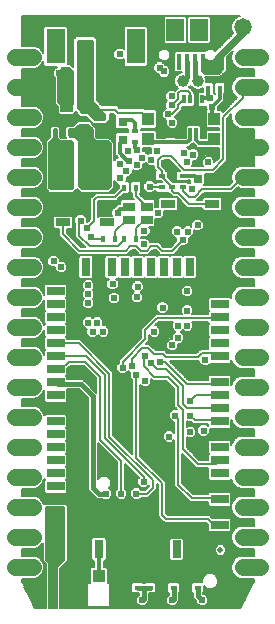
<source format=gtl>
G75*
%MOIN*%
%OFA0B0*%
%FSLAX25Y25*%
%IPPOS*%
%LPD*%
%AMOC8*
5,1,8,0,0,1.08239X$1,22.5*
%
%ADD10R,0.01575X0.05315*%
%ADD11R,0.05906X0.07480*%
%ADD12C,0.04331*%
%ADD13R,0.04921X0.02559*%
%ADD14R,0.03150X0.03150*%
%ADD15R,0.02400X0.01800*%
%ADD16C,0.05800*%
%ADD17R,0.04134X0.08661*%
%ADD18R,0.03937X0.04134*%
%ADD19R,0.01800X0.02400*%
%ADD20R,0.03150X0.05906*%
%ADD21R,0.05906X0.03150*%
%ADD22C,0.01969*%
%ADD23R,0.04331X0.04331*%
%ADD24R,0.03937X0.03150*%
%ADD25C,0.02781*%
%ADD26R,0.06299X0.11811*%
%ADD27R,0.03937X0.21654*%
%ADD28R,0.02800X0.04100*%
%ADD29R,0.07402X0.06811*%
%ADD30R,0.01181X0.03150*%
%ADD31R,0.03937X0.04331*%
%ADD32C,0.03962*%
%ADD33C,0.05800*%
%ADD34R,0.06299X0.03543*%
%ADD35R,0.01181X0.02362*%
%ADD36R,0.07874X0.15748*%
%ADD37C,0.01600*%
%ADD38C,0.02381*%
%ADD39C,0.01200*%
%ADD40C,0.00800*%
%ADD41C,0.00600*%
%ADD42C,0.01000*%
%ADD43C,0.01300*%
%ADD44C,0.02400*%
D10*
X0089045Y0187969D03*
X0091604Y0187969D03*
X0094163Y0187969D03*
X0096723Y0187969D03*
X0099282Y0187969D03*
D11*
X0098100Y0198500D03*
X0090226Y0198461D03*
D12*
X0083238Y0196335D02*
X0083238Y0200665D01*
X0105089Y0200665D02*
X0105089Y0196335D01*
D13*
X0102545Y0140551D03*
X0102545Y0134449D03*
X0087782Y0134449D03*
X0087782Y0140551D03*
X0067545Y0140551D03*
X0067545Y0134449D03*
X0052782Y0134449D03*
X0052782Y0140551D03*
D14*
X0072663Y0162047D03*
X0072663Y0167953D03*
X0097711Y0149000D03*
X0103616Y0149000D03*
D15*
X0092663Y0149900D03*
X0089163Y0149900D03*
X0085663Y0149900D03*
X0085663Y0146100D03*
X0089163Y0146100D03*
X0092663Y0146100D03*
X0099163Y0157100D03*
X0099163Y0160900D03*
X0088663Y0161100D03*
X0088663Y0164900D03*
X0076663Y0164900D03*
X0076663Y0161100D03*
X0077663Y0016400D03*
X0081663Y0016400D03*
X0089663Y0016400D03*
X0089663Y0012600D03*
X0081663Y0012600D03*
X0077663Y0012600D03*
X0097663Y0012600D03*
X0097663Y0016400D03*
D16*
X0112663Y0019500D02*
X0118463Y0019500D01*
X0118463Y0029500D02*
X0112663Y0029500D01*
X0112663Y0039500D02*
X0118463Y0039500D01*
X0118463Y0049500D02*
X0112663Y0049500D01*
X0112663Y0059500D02*
X0118463Y0059500D01*
X0118463Y0069500D02*
X0112663Y0069500D01*
X0112663Y0079500D02*
X0118463Y0079500D01*
X0118463Y0089500D02*
X0112663Y0089500D01*
X0112663Y0099500D02*
X0118463Y0099500D01*
X0118463Y0109500D02*
X0112663Y0109500D01*
X0112663Y0119500D02*
X0118463Y0119500D01*
X0118463Y0129500D02*
X0112663Y0129500D01*
X0112663Y0139500D02*
X0118463Y0139500D01*
X0118463Y0149500D02*
X0112663Y0149500D01*
X0112663Y0159500D02*
X0118463Y0159500D01*
X0118463Y0169500D02*
X0112663Y0169500D01*
X0112663Y0179500D02*
X0118463Y0179500D01*
X0118463Y0189500D02*
X0112663Y0189500D01*
X0042663Y0189500D02*
X0036863Y0189500D01*
X0036863Y0179500D02*
X0042663Y0179500D01*
X0042663Y0169500D02*
X0036863Y0169500D01*
X0036863Y0159500D02*
X0042663Y0159500D01*
X0042663Y0149500D02*
X0036863Y0149500D01*
X0036863Y0139500D02*
X0042663Y0139500D01*
X0042663Y0129500D02*
X0036863Y0129500D01*
X0036863Y0119500D02*
X0042663Y0119500D01*
X0042663Y0109500D02*
X0036863Y0109500D01*
X0036863Y0099500D02*
X0042663Y0099500D01*
X0042663Y0089500D02*
X0036863Y0089500D01*
X0036863Y0079500D02*
X0042663Y0079500D01*
X0042663Y0069500D02*
X0036863Y0069500D01*
X0036863Y0059500D02*
X0042663Y0059500D01*
X0042663Y0049500D02*
X0036863Y0049500D01*
X0036863Y0039500D02*
X0042663Y0039500D01*
X0042663Y0029500D02*
X0036863Y0029500D01*
X0036863Y0019500D02*
X0042663Y0019500D01*
D17*
X0058856Y0010500D03*
X0070471Y0010500D03*
D18*
X0064663Y0016514D03*
D19*
X0052563Y0018000D03*
X0048763Y0018000D03*
X0048763Y0014500D03*
X0048763Y0011000D03*
X0052563Y0011000D03*
X0052563Y0014500D03*
X0052563Y0007500D03*
X0048763Y0007500D03*
X0066263Y0129000D03*
X0070063Y0129000D03*
X0073263Y0129000D03*
X0077063Y0129000D03*
X0077063Y0146000D03*
X0073263Y0146000D03*
X0101263Y0179000D03*
X0105063Y0179000D03*
D20*
X0099317Y0119547D03*
X0094986Y0119547D03*
X0090656Y0119547D03*
X0086325Y0119547D03*
X0081994Y0119547D03*
X0077663Y0119547D03*
X0073333Y0119547D03*
X0069002Y0119547D03*
X0064671Y0119547D03*
X0060341Y0119547D03*
X0056010Y0119547D03*
X0056010Y0025453D03*
X0060341Y0025453D03*
X0064671Y0025453D03*
X0069002Y0025453D03*
X0073333Y0025453D03*
X0077663Y0025453D03*
X0081994Y0025453D03*
X0086325Y0025453D03*
X0090656Y0025453D03*
X0094986Y0025453D03*
X0099317Y0025453D03*
D21*
X0105026Y0029193D03*
X0105026Y0033524D03*
X0105026Y0037854D03*
X0105026Y0042185D03*
X0105026Y0046516D03*
X0105026Y0050846D03*
X0105026Y0055177D03*
X0105026Y0059508D03*
X0105026Y0063839D03*
X0105026Y0068169D03*
X0105026Y0072500D03*
X0105026Y0076831D03*
X0105026Y0081161D03*
X0105026Y0085492D03*
X0105026Y0089823D03*
X0105026Y0094154D03*
X0105026Y0098484D03*
X0105026Y0102815D03*
X0105026Y0107146D03*
X0105026Y0111476D03*
X0105026Y0115807D03*
X0050301Y0115807D03*
X0050301Y0111476D03*
X0050301Y0107146D03*
X0050301Y0102815D03*
X0050301Y0098484D03*
X0050301Y0094154D03*
X0050301Y0089823D03*
X0050301Y0085492D03*
X0050301Y0081161D03*
X0050301Y0076831D03*
X0050301Y0072500D03*
X0050301Y0068169D03*
X0050301Y0063839D03*
X0050301Y0059508D03*
X0050301Y0055177D03*
X0050301Y0050846D03*
X0050301Y0046516D03*
X0050301Y0042185D03*
X0050301Y0037854D03*
X0050301Y0033524D03*
X0050301Y0029193D03*
D22*
X0105223Y0025256D03*
D23*
X0098333Y0032146D03*
X0090065Y0032146D03*
X0081797Y0032146D03*
X0073530Y0032146D03*
X0065262Y0032146D03*
X0056994Y0032146D03*
X0056994Y0039232D03*
X0065262Y0039232D03*
X0073530Y0039232D03*
X0081797Y0039232D03*
X0090065Y0039232D03*
X0098333Y0039232D03*
X0098333Y0046319D03*
X0098333Y0060492D03*
X0056994Y0060492D03*
X0056994Y0046319D03*
X0056994Y0084508D03*
X0056994Y0098681D03*
X0056994Y0105768D03*
X0065262Y0105768D03*
X0073530Y0105768D03*
X0081797Y0105768D03*
X0090065Y0105768D03*
X0098333Y0105768D03*
X0098333Y0112854D03*
X0090065Y0112854D03*
X0081797Y0112854D03*
X0073530Y0112854D03*
X0065262Y0112854D03*
X0056994Y0112854D03*
X0098333Y0098681D03*
X0098333Y0084508D03*
D24*
X0080616Y0135335D03*
X0074711Y0135335D03*
X0074711Y0139665D03*
X0080616Y0139665D03*
D25*
X0081207Y0173957D03*
X0081207Y0177500D03*
X0077663Y0177500D03*
X0074120Y0177500D03*
X0074120Y0173957D03*
X0077663Y0173957D03*
X0077663Y0181043D03*
X0074120Y0181043D03*
X0081207Y0181043D03*
D26*
X0077049Y0193063D03*
X0050278Y0193063D03*
D27*
X0059726Y0184126D03*
X0067600Y0184126D03*
D28*
X0054604Y0177524D03*
X0048704Y0177524D03*
X0059693Y0165019D03*
X0065593Y0165019D03*
D29*
X0096163Y0170000D03*
D30*
X0095179Y0175512D03*
X0093211Y0175512D03*
X0097148Y0175512D03*
X0099116Y0175512D03*
X0099116Y0164488D03*
X0097148Y0164488D03*
X0095179Y0164488D03*
X0093211Y0164488D03*
D31*
X0103163Y0162154D03*
X0103163Y0168846D03*
X0081163Y0168846D03*
X0081163Y0162154D03*
D32*
X0092663Y0181500D03*
X0097663Y0181500D03*
D33*
X0112663Y0199500D03*
D34*
X0052663Y0168500D03*
D35*
X0052663Y0164563D03*
X0050104Y0164563D03*
X0055223Y0164563D03*
X0055223Y0172437D03*
X0052663Y0172437D03*
X0050104Y0172437D03*
D36*
X0052052Y0153525D03*
X0064257Y0153525D03*
D37*
X0092663Y0181500D02*
X0094163Y0183000D01*
X0094163Y0187969D01*
X0096723Y0187969D02*
X0096723Y0182441D01*
X0097663Y0181500D01*
X0099317Y0085492D02*
X0098333Y0084508D01*
X0099317Y0085492D02*
X0105026Y0085492D01*
X0062663Y0076500D02*
X0058663Y0080500D01*
X0050963Y0080500D01*
X0050301Y0081161D01*
X0062663Y0076500D02*
X0062663Y0046000D01*
X0064663Y0044000D01*
X0067163Y0044000D01*
X0098333Y0039232D02*
X0099711Y0037854D01*
X0105026Y0037854D01*
X0105026Y0029193D02*
X0104833Y0029000D01*
X0102663Y0029000D01*
X0099317Y0025654D01*
X0099317Y0025453D01*
X0097663Y0012600D02*
X0097663Y0010000D01*
X0099163Y0008500D01*
X0089663Y0009000D02*
X0089163Y0008500D01*
X0089663Y0009000D02*
X0089663Y0012600D01*
X0081663Y0012600D02*
X0079663Y0012600D01*
X0079663Y0009000D01*
X0079163Y0008500D01*
X0079663Y0012600D02*
X0077663Y0012600D01*
X0052563Y0011000D02*
X0052563Y0007500D01*
X0052563Y0011000D02*
X0052563Y0014500D01*
X0052563Y0018000D01*
D38*
X0055363Y0016000D03*
X0055363Y0013000D03*
X0060663Y0017000D03*
X0060663Y0020000D03*
X0056163Y0020000D03*
X0051163Y0023000D03*
X0050163Y0021500D03*
X0049163Y0023000D03*
X0050163Y0024500D03*
X0068663Y0020000D03*
X0076163Y0020000D03*
X0073863Y0016000D03*
X0073863Y0013000D03*
X0068663Y0017000D03*
X0082663Y0020000D03*
X0087163Y0020000D03*
X0093663Y0020000D03*
X0098663Y0020000D03*
X0104163Y0020000D03*
X0111163Y0014500D03*
X0111163Y0011500D03*
X0111163Y0007500D03*
X0099163Y0008500D03*
X0089163Y0008500D03*
X0079163Y0008500D03*
X0085663Y0016500D03*
X0093663Y0016500D03*
X0094163Y0032000D03*
X0085963Y0032000D03*
X0077663Y0030500D03*
X0094163Y0039000D03*
X0077163Y0044000D03*
X0072163Y0044000D03*
X0067163Y0044000D03*
X0061163Y0043000D03*
X0061163Y0039500D03*
X0045163Y0044500D03*
X0059163Y0056000D03*
X0066163Y0057000D03*
X0079663Y0048000D03*
X0087163Y0059500D03*
X0082663Y0061500D03*
X0088163Y0063000D03*
X0095163Y0064500D03*
X0099663Y0065000D03*
X0095163Y0070000D03*
X0090163Y0070000D03*
X0095163Y0075000D03*
X0087863Y0075700D03*
X0080163Y0081500D03*
X0077163Y0083500D03*
X0075663Y0086500D03*
X0072663Y0086000D03*
X0080163Y0090000D03*
X0082163Y0087500D03*
X0085163Y0088000D03*
X0084163Y0093000D03*
X0089163Y0093500D03*
X0091163Y0096000D03*
X0091163Y0100000D03*
X0094163Y0100000D03*
X0094163Y0105000D03*
X0085963Y0106000D03*
X0085863Y0109300D03*
X0077463Y0109500D03*
X0077663Y0113000D03*
X0069363Y0113900D03*
X0061163Y0113500D03*
X0061163Y0110500D03*
X0061163Y0107500D03*
X0069763Y0109200D03*
X0067163Y0101000D03*
X0064163Y0101000D03*
X0061163Y0101000D03*
X0062663Y0098000D03*
X0066163Y0098000D03*
X0066663Y0095000D03*
X0083163Y0098000D03*
X0100163Y0088500D03*
X0110663Y0084500D03*
X0073463Y0068400D03*
X0059163Y0074500D03*
X0060963Y0082400D03*
X0044663Y0094500D03*
X0044663Y0104500D03*
X0052163Y0119500D03*
X0049663Y0121500D03*
X0049363Y0124500D03*
X0062163Y0129500D03*
X0060663Y0132500D03*
X0058663Y0135000D03*
X0058663Y0138000D03*
X0070963Y0137600D03*
X0079863Y0131600D03*
X0079663Y0127200D03*
X0076163Y0124300D03*
X0083163Y0124300D03*
X0092663Y0128500D03*
X0094363Y0131300D03*
X0092663Y0134000D03*
X0090863Y0131300D03*
X0097663Y0133500D03*
X0084463Y0137500D03*
X0095663Y0145500D03*
X0081663Y0146300D03*
X0076763Y0150400D03*
X0077363Y0153500D03*
X0079163Y0156000D03*
X0077363Y0158400D03*
X0074363Y0158300D03*
X0074663Y0155000D03*
X0071663Y0154000D03*
X0073863Y0151700D03*
X0071863Y0149100D03*
X0066663Y0150000D03*
X0066663Y0158000D03*
X0059163Y0158500D03*
X0047663Y0165500D03*
X0047663Y0168500D03*
X0047663Y0171500D03*
X0063863Y0169600D03*
X0064963Y0171100D03*
X0066063Y0169600D03*
X0069163Y0169300D03*
X0087863Y0170500D03*
X0089163Y0167700D03*
X0088963Y0173500D03*
X0088963Y0176500D03*
X0101663Y0176000D03*
X0102463Y0173000D03*
X0108863Y0175600D03*
X0104663Y0185500D03*
X0102163Y0185500D03*
X0086463Y0184800D03*
X0084963Y0186000D03*
X0071663Y0190500D03*
X0054763Y0184200D03*
X0053163Y0185300D03*
X0051563Y0184200D03*
X0053163Y0183100D03*
X0081263Y0158200D03*
X0084263Y0158200D03*
X0082163Y0155300D03*
X0086563Y0154100D03*
X0094163Y0154500D03*
X0096163Y0157000D03*
X0093163Y0157700D03*
X0101163Y0154500D03*
X0102163Y0158000D03*
X0110663Y0114500D03*
X0094163Y0111500D03*
X0110663Y0064500D03*
X0099163Y0056500D03*
X0099163Y0051500D03*
X0045663Y0014500D03*
X0045663Y0011000D03*
X0045663Y0007500D03*
X0055363Y0007000D03*
X0055363Y0010000D03*
D39*
X0070963Y0137600D02*
X0070963Y0138300D01*
X0071663Y0139000D01*
X0074045Y0139000D01*
X0074711Y0139665D01*
X0092663Y0149900D02*
X0096811Y0149900D01*
X0097711Y0149000D01*
X0077363Y0158400D02*
X0076663Y0159100D01*
X0076663Y0161100D01*
X0076663Y0164900D02*
X0076663Y0167500D01*
X0075663Y0168500D01*
X0073211Y0168500D01*
X0072663Y0167953D01*
X0072663Y0162047D02*
X0071663Y0161047D01*
X0071663Y0157500D01*
X0074163Y0155000D01*
X0074663Y0155000D01*
X0081163Y0162154D02*
X0082217Y0161100D01*
X0088663Y0161100D01*
X0094263Y0161100D01*
X0095179Y0162016D01*
X0095179Y0164488D01*
X0097148Y0164488D02*
X0097148Y0162016D01*
X0098163Y0161000D01*
X0099063Y0161000D01*
X0099163Y0160900D01*
X0101910Y0160900D01*
X0103163Y0162154D01*
X0103163Y0168846D02*
X0102463Y0169546D01*
X0102463Y0173000D01*
X0105063Y0175600D01*
X0105063Y0179000D01*
X0101263Y0179000D02*
X0101263Y0176400D01*
X0101663Y0176000D01*
X0099116Y0176000D01*
X0099116Y0175512D01*
D40*
X0095179Y0175512D02*
X0095163Y0175528D01*
X0095163Y0177500D01*
X0094463Y0178200D01*
X0091863Y0178200D01*
X0091163Y0177500D01*
X0091163Y0175600D01*
X0089063Y0173500D01*
X0088963Y0173500D01*
X0091263Y0173700D02*
X0091263Y0172500D01*
X0089263Y0170500D01*
X0087863Y0170500D01*
X0081163Y0168846D02*
X0079010Y0171000D01*
X0071163Y0171000D01*
X0070263Y0171900D01*
X0065763Y0171900D01*
X0064963Y0171100D01*
X0084363Y0155100D02*
X0085763Y0156500D01*
X0087163Y0156500D01*
X0087663Y0156500D01*
X0088663Y0156500D01*
X0093163Y0152000D01*
X0102663Y0152000D01*
X0106163Y0155500D01*
X0106163Y0169500D01*
X0112663Y0176000D01*
X0112663Y0179500D01*
X0093211Y0175512D02*
X0093075Y0175512D01*
X0091263Y0173700D01*
X0084363Y0155100D02*
X0084363Y0152800D01*
X0085663Y0151500D01*
X0085663Y0149900D01*
X0085663Y0149600D01*
X0085863Y0149600D01*
X0089163Y0146300D01*
X0089163Y0146100D01*
X0089163Y0144800D01*
X0089863Y0144100D01*
X0091163Y0144100D01*
X0094712Y0140551D01*
X0102545Y0140551D01*
X0099163Y0145500D02*
X0096663Y0143000D01*
X0094663Y0143000D01*
X0092663Y0145000D01*
X0092663Y0146100D01*
X0085663Y0146100D02*
X0085463Y0146300D01*
X0081663Y0146300D01*
X0077063Y0146000D02*
X0077063Y0143218D01*
X0080616Y0139665D01*
X0080616Y0135335D02*
X0079998Y0135335D01*
X0077063Y0132400D01*
X0077063Y0129000D01*
X0077163Y0126500D02*
X0075163Y0126500D01*
X0073663Y0125000D01*
X0058163Y0125000D01*
X0052782Y0130382D01*
X0052782Y0134449D01*
X0058163Y0134500D02*
X0058663Y0135000D01*
X0058163Y0134500D02*
X0058163Y0130000D01*
X0061663Y0126500D01*
X0071163Y0126500D01*
X0073263Y0128600D01*
X0073263Y0129000D01*
X0070063Y0129000D02*
X0070063Y0131400D01*
X0073998Y0135335D01*
X0074711Y0135335D01*
X0063163Y0135000D02*
X0060663Y0132500D01*
X0062163Y0129500D02*
X0062663Y0129000D01*
X0066263Y0129000D01*
X0063163Y0135000D02*
X0063163Y0142000D01*
X0064163Y0143000D01*
X0070263Y0143000D01*
X0073263Y0146000D01*
X0099163Y0145500D02*
X0108663Y0145500D01*
X0112663Y0149500D01*
X0092663Y0128500D02*
X0089163Y0125000D01*
X0085663Y0125000D01*
X0084163Y0126500D01*
X0082163Y0126500D01*
X0080663Y0125000D01*
X0078663Y0125000D01*
X0077163Y0126500D01*
X0084163Y0102500D02*
X0080163Y0098500D01*
X0080163Y0095500D01*
X0072663Y0088000D01*
X0072663Y0086000D01*
X0075663Y0086500D02*
X0075663Y0089000D01*
X0079163Y0092500D01*
X0081163Y0092500D01*
X0083163Y0090500D01*
X0086163Y0090500D01*
X0087163Y0089500D01*
X0097663Y0089500D01*
X0099163Y0091000D01*
X0103849Y0091000D01*
X0105026Y0089823D01*
X0105026Y0081161D02*
X0104364Y0080500D01*
X0094163Y0080500D01*
X0086663Y0088000D01*
X0085163Y0088000D01*
X0084163Y0085500D02*
X0082163Y0087500D01*
X0079663Y0086500D02*
X0079663Y0089500D01*
X0080163Y0090000D01*
X0079663Y0086500D02*
X0083163Y0083000D01*
X0087663Y0083000D01*
X0091163Y0079500D01*
X0091163Y0073500D01*
X0092663Y0072000D01*
X0092663Y0059000D01*
X0097663Y0054000D01*
X0103849Y0054000D01*
X0105026Y0055177D01*
X0095663Y0042500D02*
X0091163Y0047000D01*
X0091163Y0069000D01*
X0090163Y0070000D01*
X0094163Y0072500D02*
X0092663Y0074000D01*
X0092663Y0080000D01*
X0087163Y0085500D01*
X0084163Y0085500D01*
X0077163Y0083500D02*
X0077163Y0056000D01*
X0085663Y0047500D01*
X0085663Y0037000D01*
X0087163Y0035500D01*
X0101163Y0035500D01*
X0103140Y0033524D01*
X0105026Y0033524D01*
X0105026Y0042185D02*
X0104711Y0042500D01*
X0095663Y0042500D01*
X0082663Y0046000D02*
X0082663Y0048500D01*
X0068163Y0063000D01*
X0068163Y0084000D01*
X0058010Y0094154D01*
X0050301Y0094154D01*
X0050301Y0089823D02*
X0060341Y0089823D01*
X0066663Y0083500D01*
X0066663Y0062500D01*
X0079663Y0049500D01*
X0079663Y0048000D01*
X0082663Y0046000D02*
X0080663Y0044000D01*
X0077163Y0044000D01*
X0072163Y0044000D02*
X0072163Y0055000D01*
X0065163Y0062000D01*
X0065163Y0083000D01*
X0060163Y0088000D01*
X0054663Y0088000D01*
X0052156Y0085492D01*
X0050301Y0085492D01*
X0084163Y0102500D02*
X0104711Y0102500D01*
X0105026Y0102815D01*
X0105026Y0076831D02*
X0096994Y0076831D01*
X0095163Y0075000D01*
X0094163Y0072500D02*
X0105026Y0072500D01*
X0104695Y0068500D02*
X0096663Y0068500D01*
X0095163Y0070000D01*
X0104695Y0068500D02*
X0105026Y0068169D01*
D41*
X0038963Y0015700D02*
X0038963Y0014807D01*
X0043467Y0005800D01*
X0046963Y0005800D01*
X0046963Y0020503D01*
X0046666Y0020800D01*
X0045963Y0021503D01*
X0045963Y0027537D01*
X0045885Y0027347D01*
X0044816Y0026279D01*
X0043419Y0025700D01*
X0038963Y0025700D01*
X0038963Y0023300D01*
X0043419Y0023300D01*
X0044816Y0022721D01*
X0045885Y0021653D01*
X0046463Y0020256D01*
X0046463Y0018744D01*
X0045885Y0017347D01*
X0044816Y0016279D01*
X0043419Y0015700D01*
X0038963Y0015700D01*
X0038963Y0015273D02*
X0046963Y0015273D01*
X0046963Y0014675D02*
X0039030Y0014675D01*
X0039329Y0014076D02*
X0046963Y0014076D01*
X0046963Y0013478D02*
X0039628Y0013478D01*
X0039927Y0012879D02*
X0046963Y0012879D01*
X0046963Y0012281D02*
X0040227Y0012281D01*
X0040526Y0011682D02*
X0046963Y0011682D01*
X0046963Y0011084D02*
X0040825Y0011084D01*
X0041124Y0010485D02*
X0046963Y0010485D01*
X0046963Y0009887D02*
X0041424Y0009887D01*
X0041723Y0009288D02*
X0046963Y0009288D01*
X0046963Y0008690D02*
X0042022Y0008690D01*
X0042321Y0008091D02*
X0046963Y0008091D01*
X0046963Y0007493D02*
X0042621Y0007493D01*
X0042920Y0006894D02*
X0046963Y0006894D01*
X0046963Y0006296D02*
X0043219Y0006296D01*
X0048163Y0006296D02*
X0050663Y0006296D01*
X0050663Y0005800D02*
X0048163Y0005800D01*
X0048163Y0021000D01*
X0047163Y0022000D01*
X0047163Y0039500D01*
X0053163Y0039500D01*
X0053163Y0022000D01*
X0050663Y0019500D01*
X0050663Y0005800D01*
X0050663Y0006894D02*
X0048163Y0006894D01*
X0048163Y0007493D02*
X0050663Y0007493D01*
X0050663Y0008091D02*
X0048163Y0008091D01*
X0048163Y0008690D02*
X0050663Y0008690D01*
X0050663Y0009288D02*
X0048163Y0009288D01*
X0048163Y0009887D02*
X0050663Y0009887D01*
X0050663Y0010485D02*
X0048163Y0010485D01*
X0048163Y0011084D02*
X0050663Y0011084D01*
X0050663Y0011682D02*
X0048163Y0011682D01*
X0048163Y0012281D02*
X0050663Y0012281D01*
X0050663Y0012879D02*
X0048163Y0012879D01*
X0048163Y0013478D02*
X0050663Y0013478D01*
X0050663Y0014076D02*
X0048163Y0014076D01*
X0048163Y0014675D02*
X0050663Y0014675D01*
X0050663Y0015273D02*
X0048163Y0015273D01*
X0048163Y0015872D02*
X0050663Y0015872D01*
X0050663Y0016470D02*
X0048163Y0016470D01*
X0048163Y0017069D02*
X0050663Y0017069D01*
X0050663Y0017667D02*
X0048163Y0017667D01*
X0048163Y0018266D02*
X0050663Y0018266D01*
X0050663Y0018864D02*
X0048163Y0018864D01*
X0048163Y0019463D02*
X0050663Y0019463D01*
X0051225Y0020061D02*
X0048163Y0020061D01*
X0048163Y0020660D02*
X0051823Y0020660D01*
X0052422Y0021258D02*
X0047905Y0021258D01*
X0047307Y0021857D02*
X0053020Y0021857D01*
X0053163Y0022455D02*
X0047163Y0022455D01*
X0047163Y0023054D02*
X0053163Y0023054D01*
X0053163Y0023652D02*
X0047163Y0023652D01*
X0047163Y0024251D02*
X0053163Y0024251D01*
X0053163Y0024849D02*
X0047163Y0024849D01*
X0047163Y0025448D02*
X0053163Y0025448D01*
X0053163Y0026046D02*
X0047163Y0026046D01*
X0047163Y0026645D02*
X0053163Y0026645D01*
X0053163Y0027243D02*
X0047163Y0027243D01*
X0047163Y0027842D02*
X0053163Y0027842D01*
X0053163Y0028440D02*
X0047163Y0028440D01*
X0047163Y0029039D02*
X0053163Y0029039D01*
X0053163Y0029637D02*
X0047163Y0029637D01*
X0047163Y0030236D02*
X0053163Y0030236D01*
X0053163Y0030834D02*
X0047163Y0030834D01*
X0047163Y0031433D02*
X0053163Y0031433D01*
X0053163Y0032032D02*
X0047163Y0032032D01*
X0047163Y0032630D02*
X0053163Y0032630D01*
X0053163Y0033229D02*
X0047163Y0033229D01*
X0047163Y0033827D02*
X0053163Y0033827D01*
X0053163Y0034426D02*
X0047163Y0034426D01*
X0047163Y0035024D02*
X0053163Y0035024D01*
X0053163Y0035623D02*
X0047163Y0035623D01*
X0047163Y0036221D02*
X0053163Y0036221D01*
X0053163Y0036820D02*
X0047163Y0036820D01*
X0047163Y0037418D02*
X0053163Y0037418D01*
X0053163Y0038017D02*
X0047163Y0038017D01*
X0047163Y0038615D02*
X0053163Y0038615D01*
X0053163Y0039214D02*
X0047163Y0039214D01*
X0046393Y0040426D02*
X0045885Y0041653D01*
X0044816Y0042721D01*
X0043419Y0043300D01*
X0038963Y0043300D01*
X0038963Y0045700D01*
X0043419Y0045700D01*
X0044816Y0046279D01*
X0045885Y0047347D01*
X0046463Y0048744D01*
X0046463Y0048884D01*
X0046666Y0048681D01*
X0046449Y0048463D01*
X0046449Y0044568D01*
X0046976Y0044041D01*
X0053627Y0044041D01*
X0054154Y0044568D01*
X0054154Y0048463D01*
X0053936Y0048681D01*
X0054154Y0048899D01*
X0054154Y0052794D01*
X0053936Y0053012D01*
X0054154Y0053230D01*
X0054154Y0057125D01*
X0053936Y0057343D01*
X0054154Y0057560D01*
X0054154Y0061455D01*
X0053936Y0061673D01*
X0054154Y0061891D01*
X0054154Y0065786D01*
X0053936Y0066004D01*
X0054154Y0066222D01*
X0054154Y0070117D01*
X0053627Y0070644D01*
X0046976Y0070644D01*
X0046463Y0070132D01*
X0046463Y0070256D01*
X0045885Y0071653D01*
X0044816Y0072721D01*
X0043419Y0073300D01*
X0038963Y0073300D01*
X0038963Y0075700D01*
X0043419Y0075700D01*
X0044816Y0076279D01*
X0045885Y0077347D01*
X0046449Y0078708D01*
X0046449Y0074883D01*
X0046976Y0074356D01*
X0053627Y0074356D01*
X0054154Y0074883D01*
X0054154Y0078778D01*
X0054132Y0078800D01*
X0057959Y0078800D01*
X0060963Y0075796D01*
X0060963Y0045296D01*
X0062963Y0043296D01*
X0063959Y0042300D01*
X0065907Y0042300D01*
X0066298Y0041909D01*
X0068029Y0041909D01*
X0069254Y0043134D01*
X0069254Y0044866D01*
X0068080Y0046040D01*
X0068634Y0046595D01*
X0068634Y0048482D01*
X0067300Y0049817D01*
X0065413Y0049817D01*
X0064363Y0048767D01*
X0064363Y0060962D01*
X0070863Y0054462D01*
X0070863Y0045656D01*
X0070073Y0044866D01*
X0070073Y0043134D01*
X0071298Y0041909D01*
X0073029Y0041909D01*
X0074254Y0043134D01*
X0074254Y0044866D01*
X0073463Y0045656D01*
X0073463Y0053862D01*
X0078016Y0049309D01*
X0077573Y0048866D01*
X0077573Y0047134D01*
X0078798Y0045909D01*
X0080529Y0045909D01*
X0081363Y0046744D01*
X0081363Y0046538D01*
X0080125Y0045300D01*
X0078820Y0045300D01*
X0078029Y0046091D01*
X0076298Y0046091D01*
X0075073Y0044866D01*
X0075073Y0043134D01*
X0076298Y0041909D01*
X0078029Y0041909D01*
X0078820Y0042700D01*
X0081202Y0042700D01*
X0081963Y0043462D01*
X0083202Y0044700D01*
X0083963Y0045462D01*
X0083963Y0047362D01*
X0084363Y0046962D01*
X0084363Y0036462D01*
X0085125Y0035700D01*
X0086625Y0034200D01*
X0100625Y0034200D01*
X0101173Y0033652D01*
X0101173Y0031576D01*
X0101700Y0031049D01*
X0108351Y0031049D01*
X0108878Y0031576D01*
X0108878Y0035471D01*
X0108351Y0035998D01*
X0102504Y0035998D01*
X0102463Y0036038D01*
X0102463Y0036038D01*
X0101702Y0036800D01*
X0087702Y0036800D01*
X0086963Y0037538D01*
X0086963Y0048038D01*
X0078463Y0056538D01*
X0078463Y0080244D01*
X0079298Y0079409D01*
X0081029Y0079409D01*
X0082254Y0080634D01*
X0082254Y0082071D01*
X0082625Y0081700D01*
X0087125Y0081700D01*
X0089863Y0078962D01*
X0089863Y0072962D01*
X0090625Y0072200D01*
X0090734Y0072091D01*
X0089298Y0072091D01*
X0088073Y0070866D01*
X0088073Y0069134D01*
X0089298Y0067909D01*
X0089863Y0067909D01*
X0089863Y0064256D01*
X0089029Y0065091D01*
X0087298Y0065091D01*
X0086073Y0063866D01*
X0086073Y0062134D01*
X0087298Y0060909D01*
X0089029Y0060909D01*
X0089863Y0061744D01*
X0089863Y0046462D01*
X0090625Y0045700D01*
X0095125Y0041200D01*
X0101173Y0041200D01*
X0101173Y0040237D01*
X0101700Y0039710D01*
X0108351Y0039710D01*
X0108863Y0040223D01*
X0108863Y0038744D01*
X0109442Y0037347D01*
X0110511Y0036279D01*
X0111908Y0035700D01*
X0116363Y0035700D01*
X0116363Y0033300D01*
X0111908Y0033300D01*
X0110511Y0032721D01*
X0109442Y0031653D01*
X0108863Y0030256D01*
X0108863Y0028744D01*
X0109442Y0027347D01*
X0110511Y0026279D01*
X0111908Y0025700D01*
X0116363Y0025700D01*
X0116363Y0023300D01*
X0111908Y0023300D01*
X0110511Y0022721D01*
X0109442Y0021653D01*
X0108863Y0020256D01*
X0108863Y0018744D01*
X0109442Y0017347D01*
X0110511Y0016279D01*
X0111908Y0015700D01*
X0116363Y0015700D01*
X0116363Y0014807D01*
X0111860Y0005800D01*
X0051863Y0005800D01*
X0051863Y0019003D01*
X0054363Y0021503D01*
X0054363Y0039997D01*
X0053661Y0040700D01*
X0046666Y0040700D01*
X0046393Y0040426D01*
X0046151Y0041009D02*
X0084363Y0041009D01*
X0084363Y0040411D02*
X0053950Y0040411D01*
X0054363Y0039812D02*
X0084363Y0039812D01*
X0084363Y0039214D02*
X0054363Y0039214D01*
X0054363Y0038615D02*
X0084363Y0038615D01*
X0084363Y0038017D02*
X0054363Y0038017D01*
X0054363Y0037418D02*
X0084363Y0037418D01*
X0084363Y0036820D02*
X0054363Y0036820D01*
X0054363Y0036221D02*
X0084604Y0036221D01*
X0085202Y0035623D02*
X0054363Y0035623D01*
X0054363Y0035024D02*
X0085801Y0035024D01*
X0086399Y0034426D02*
X0054363Y0034426D01*
X0054363Y0033827D02*
X0100998Y0033827D01*
X0101173Y0033229D02*
X0054363Y0033229D01*
X0054363Y0032630D02*
X0101173Y0032630D01*
X0101173Y0032032D02*
X0054363Y0032032D01*
X0054363Y0031433D02*
X0101316Y0031433D01*
X0102281Y0036221D02*
X0110650Y0036221D01*
X0109970Y0036820D02*
X0087682Y0036820D01*
X0087084Y0037418D02*
X0109413Y0037418D01*
X0109165Y0038017D02*
X0086963Y0038017D01*
X0086963Y0038615D02*
X0108917Y0038615D01*
X0108863Y0039214D02*
X0086963Y0039214D01*
X0086963Y0039812D02*
X0101598Y0039812D01*
X0101173Y0040411D02*
X0086963Y0040411D01*
X0086963Y0041009D02*
X0101173Y0041009D01*
X0101173Y0043800D02*
X0096202Y0043800D01*
X0092463Y0047538D01*
X0092463Y0057362D01*
X0097125Y0052700D01*
X0101173Y0052700D01*
X0101173Y0048899D01*
X0101700Y0048372D01*
X0108351Y0048372D01*
X0108863Y0048884D01*
X0108863Y0048744D01*
X0109442Y0047347D01*
X0110511Y0046279D01*
X0111908Y0045700D01*
X0116363Y0045700D01*
X0116363Y0043300D01*
X0111908Y0043300D01*
X0110511Y0042721D01*
X0109442Y0041653D01*
X0108878Y0040292D01*
X0108878Y0044133D01*
X0108351Y0044660D01*
X0101700Y0044660D01*
X0101173Y0044133D01*
X0101173Y0043800D01*
X0101173Y0044002D02*
X0096000Y0044002D01*
X0095402Y0044600D02*
X0101641Y0044600D01*
X0094803Y0045199D02*
X0116363Y0045199D01*
X0116363Y0044600D02*
X0108411Y0044600D01*
X0108878Y0044002D02*
X0116363Y0044002D01*
X0116363Y0043403D02*
X0108878Y0043403D01*
X0108878Y0042805D02*
X0110712Y0042805D01*
X0109996Y0042206D02*
X0108878Y0042206D01*
X0108878Y0041608D02*
X0109423Y0041608D01*
X0109176Y0041009D02*
X0108878Y0041009D01*
X0108878Y0040411D02*
X0108928Y0040411D01*
X0108863Y0039812D02*
X0108453Y0039812D01*
X0108727Y0035623D02*
X0116363Y0035623D01*
X0116363Y0035024D02*
X0108878Y0035024D01*
X0108878Y0034426D02*
X0116363Y0034426D01*
X0116363Y0033827D02*
X0108878Y0033827D01*
X0108878Y0033229D02*
X0111735Y0033229D01*
X0110420Y0032630D02*
X0108878Y0032630D01*
X0108878Y0032032D02*
X0109821Y0032032D01*
X0109351Y0031433D02*
X0108735Y0031433D01*
X0109103Y0030834D02*
X0054363Y0030834D01*
X0054363Y0030236D02*
X0108863Y0030236D01*
X0108863Y0029637D02*
X0054363Y0029637D01*
X0054363Y0029039D02*
X0062245Y0029039D01*
X0062047Y0028840D02*
X0062047Y0022065D01*
X0062662Y0021450D01*
X0062971Y0021450D01*
X0062971Y0019631D01*
X0062260Y0019631D01*
X0061645Y0019016D01*
X0061645Y0014300D01*
X0061039Y0014300D01*
X0060863Y0014124D01*
X0060863Y0006376D01*
X0061039Y0006200D01*
X0068288Y0006200D01*
X0068463Y0006376D01*
X0068463Y0014124D01*
X0068288Y0014300D01*
X0067682Y0014300D01*
X0067682Y0019016D01*
X0067067Y0019631D01*
X0066371Y0019631D01*
X0066371Y0021450D01*
X0066681Y0021450D01*
X0067296Y0022065D01*
X0067296Y0028840D01*
X0066681Y0029455D01*
X0062662Y0029455D01*
X0062047Y0028840D01*
X0062047Y0028440D02*
X0054363Y0028440D01*
X0054363Y0027842D02*
X0062047Y0027842D01*
X0062047Y0027243D02*
X0054363Y0027243D01*
X0054363Y0026645D02*
X0062047Y0026645D01*
X0062047Y0026046D02*
X0054363Y0026046D01*
X0054363Y0025448D02*
X0062047Y0025448D01*
X0062047Y0024849D02*
X0054363Y0024849D01*
X0054363Y0024251D02*
X0062047Y0024251D01*
X0062047Y0023652D02*
X0054363Y0023652D01*
X0054363Y0023054D02*
X0062047Y0023054D01*
X0062047Y0022455D02*
X0054363Y0022455D01*
X0054363Y0021857D02*
X0062255Y0021857D01*
X0062971Y0021258D02*
X0054119Y0021258D01*
X0053520Y0020660D02*
X0062971Y0020660D01*
X0062971Y0020061D02*
X0052922Y0020061D01*
X0052323Y0019463D02*
X0062092Y0019463D01*
X0061645Y0018864D02*
X0051863Y0018864D01*
X0051863Y0018266D02*
X0061645Y0018266D01*
X0061645Y0017667D02*
X0051863Y0017667D01*
X0051863Y0017069D02*
X0061645Y0017069D01*
X0061645Y0016470D02*
X0051863Y0016470D01*
X0051863Y0015872D02*
X0061645Y0015872D01*
X0061645Y0015273D02*
X0051863Y0015273D01*
X0051863Y0014675D02*
X0061645Y0014675D01*
X0060863Y0014076D02*
X0051863Y0014076D01*
X0051863Y0013478D02*
X0060863Y0013478D01*
X0060863Y0012879D02*
X0051863Y0012879D01*
X0051863Y0012281D02*
X0060863Y0012281D01*
X0060863Y0011682D02*
X0051863Y0011682D01*
X0051863Y0011084D02*
X0060863Y0011084D01*
X0060863Y0010485D02*
X0051863Y0010485D01*
X0051863Y0009887D02*
X0060863Y0009887D01*
X0060863Y0009288D02*
X0051863Y0009288D01*
X0051863Y0008690D02*
X0060863Y0008690D01*
X0060863Y0008091D02*
X0051863Y0008091D01*
X0051863Y0007493D02*
X0060863Y0007493D01*
X0060863Y0006894D02*
X0051863Y0006894D01*
X0051863Y0006296D02*
X0060944Y0006296D01*
X0068383Y0006296D02*
X0112108Y0006296D01*
X0112407Y0006894D02*
X0100514Y0006894D01*
X0100029Y0006409D02*
X0101254Y0007634D01*
X0101254Y0009366D01*
X0100029Y0010591D01*
X0099477Y0010591D01*
X0099363Y0010704D01*
X0099363Y0010927D01*
X0099763Y0011327D01*
X0099763Y0013109D01*
X0100276Y0012596D01*
X0101258Y0012190D01*
X0102321Y0012190D01*
X0103303Y0012596D01*
X0104054Y0013348D01*
X0104461Y0014330D01*
X0104461Y0015393D01*
X0104054Y0016375D01*
X0103303Y0017126D01*
X0102321Y0017533D01*
X0101258Y0017533D01*
X0100276Y0017126D01*
X0099525Y0016375D01*
X0099118Y0015393D01*
X0099118Y0014400D01*
X0096091Y0014400D01*
X0095563Y0013873D01*
X0095563Y0011327D01*
X0095963Y0010927D01*
X0095963Y0009296D01*
X0096959Y0008300D01*
X0097073Y0008186D01*
X0097073Y0007634D01*
X0098298Y0006409D01*
X0100029Y0006409D01*
X0101113Y0007493D02*
X0112706Y0007493D01*
X0113006Y0008091D02*
X0101254Y0008091D01*
X0101254Y0008690D02*
X0113305Y0008690D01*
X0113604Y0009288D02*
X0101254Y0009288D01*
X0100733Y0009887D02*
X0113903Y0009887D01*
X0114203Y0010485D02*
X0100135Y0010485D01*
X0099520Y0011084D02*
X0114502Y0011084D01*
X0114801Y0011682D02*
X0099763Y0011682D01*
X0099763Y0012281D02*
X0101039Y0012281D01*
X0099993Y0012879D02*
X0099763Y0012879D01*
X0099118Y0014675D02*
X0067682Y0014675D01*
X0067682Y0015273D02*
X0099118Y0015273D01*
X0099316Y0015872D02*
X0067682Y0015872D01*
X0067682Y0016470D02*
X0099620Y0016470D01*
X0100218Y0017069D02*
X0067682Y0017069D01*
X0067682Y0017667D02*
X0109310Y0017667D01*
X0109062Y0018266D02*
X0067682Y0018266D01*
X0067682Y0018864D02*
X0108863Y0018864D01*
X0108863Y0019463D02*
X0067235Y0019463D01*
X0066371Y0020061D02*
X0108863Y0020061D01*
X0109031Y0020660D02*
X0066371Y0020660D01*
X0066371Y0021258D02*
X0109279Y0021258D01*
X0109646Y0021857D02*
X0092860Y0021857D01*
X0092603Y0021600D02*
X0093130Y0022127D01*
X0093130Y0028778D01*
X0092603Y0029305D01*
X0088708Y0029305D01*
X0088181Y0028778D01*
X0088181Y0022127D01*
X0088708Y0021600D01*
X0092603Y0021600D01*
X0093130Y0022455D02*
X0110245Y0022455D01*
X0111313Y0023054D02*
X0093130Y0023054D01*
X0093130Y0023652D02*
X0104161Y0023652D01*
X0104442Y0023372D02*
X0106003Y0023372D01*
X0107107Y0024475D01*
X0107107Y0026036D01*
X0106003Y0027140D01*
X0104442Y0027140D01*
X0103338Y0026036D01*
X0103338Y0024475D01*
X0104442Y0023372D01*
X0103563Y0024251D02*
X0093130Y0024251D01*
X0093130Y0024849D02*
X0103338Y0024849D01*
X0103338Y0025448D02*
X0093130Y0025448D01*
X0093130Y0026046D02*
X0103348Y0026046D01*
X0103947Y0026645D02*
X0093130Y0026645D01*
X0093130Y0027243D02*
X0109546Y0027243D01*
X0109237Y0027842D02*
X0093130Y0027842D01*
X0093130Y0028440D02*
X0108989Y0028440D01*
X0108863Y0029039D02*
X0092870Y0029039D01*
X0088441Y0029039D02*
X0067098Y0029039D01*
X0067296Y0028440D02*
X0088181Y0028440D01*
X0088181Y0027842D02*
X0067296Y0027842D01*
X0067296Y0027243D02*
X0088181Y0027243D01*
X0088181Y0026645D02*
X0067296Y0026645D01*
X0067296Y0026046D02*
X0088181Y0026046D01*
X0088181Y0025448D02*
X0067296Y0025448D01*
X0067296Y0024849D02*
X0088181Y0024849D01*
X0088181Y0024251D02*
X0067296Y0024251D01*
X0067296Y0023652D02*
X0088181Y0023652D01*
X0088181Y0023054D02*
X0067296Y0023054D01*
X0067296Y0022455D02*
X0088181Y0022455D01*
X0088451Y0021857D02*
X0067088Y0021857D01*
X0068463Y0014076D02*
X0075767Y0014076D01*
X0075563Y0013873D02*
X0075563Y0011327D01*
X0076091Y0010800D01*
X0077963Y0010800D01*
X0077963Y0010256D01*
X0077073Y0009366D01*
X0077073Y0007634D01*
X0078298Y0006409D01*
X0080029Y0006409D01*
X0081254Y0007634D01*
X0081254Y0008186D01*
X0081363Y0008296D01*
X0081363Y0010800D01*
X0083236Y0010800D01*
X0083763Y0011327D01*
X0083763Y0013873D01*
X0083236Y0014400D01*
X0080091Y0014400D01*
X0079991Y0014300D01*
X0079336Y0014300D01*
X0079236Y0014400D01*
X0076091Y0014400D01*
X0075563Y0013873D01*
X0075563Y0013478D02*
X0068463Y0013478D01*
X0068463Y0012879D02*
X0075563Y0012879D01*
X0075563Y0012281D02*
X0068463Y0012281D01*
X0068463Y0011682D02*
X0075563Y0011682D01*
X0075807Y0011084D02*
X0068463Y0011084D01*
X0068463Y0010485D02*
X0077963Y0010485D01*
X0077594Y0009887D02*
X0068463Y0009887D01*
X0068463Y0009288D02*
X0077073Y0009288D01*
X0077073Y0008690D02*
X0068463Y0008690D01*
X0068463Y0008091D02*
X0077073Y0008091D01*
X0077214Y0007493D02*
X0068463Y0007493D01*
X0068463Y0006894D02*
X0077813Y0006894D01*
X0080514Y0006894D02*
X0087813Y0006894D01*
X0088298Y0006409D02*
X0087073Y0007634D01*
X0087073Y0009366D01*
X0087963Y0010256D01*
X0087963Y0010927D01*
X0087563Y0011327D01*
X0087563Y0013873D01*
X0088091Y0014400D01*
X0091236Y0014400D01*
X0091763Y0013873D01*
X0091763Y0011327D01*
X0091363Y0010927D01*
X0091363Y0008296D01*
X0091254Y0008186D01*
X0091254Y0007634D01*
X0090029Y0006409D01*
X0088298Y0006409D01*
X0087214Y0007493D02*
X0081113Y0007493D01*
X0081254Y0008091D02*
X0087073Y0008091D01*
X0087073Y0008690D02*
X0081363Y0008690D01*
X0081363Y0009288D02*
X0087073Y0009288D01*
X0087594Y0009887D02*
X0081363Y0009887D01*
X0081363Y0010485D02*
X0087963Y0010485D01*
X0087807Y0011084D02*
X0083520Y0011084D01*
X0083763Y0011682D02*
X0087563Y0011682D01*
X0087563Y0012281D02*
X0083763Y0012281D01*
X0083763Y0012879D02*
X0087563Y0012879D01*
X0087563Y0013478D02*
X0083763Y0013478D01*
X0083560Y0014076D02*
X0087767Y0014076D01*
X0091560Y0014076D02*
X0095767Y0014076D01*
X0095563Y0013478D02*
X0091763Y0013478D01*
X0091763Y0012879D02*
X0095563Y0012879D01*
X0095563Y0012281D02*
X0091763Y0012281D01*
X0091763Y0011682D02*
X0095563Y0011682D01*
X0095807Y0011084D02*
X0091520Y0011084D01*
X0091363Y0010485D02*
X0095963Y0010485D01*
X0095963Y0009887D02*
X0091363Y0009887D01*
X0091363Y0009288D02*
X0095971Y0009288D01*
X0096570Y0008690D02*
X0091363Y0008690D01*
X0091254Y0008091D02*
X0097073Y0008091D01*
X0097214Y0007493D02*
X0091113Y0007493D01*
X0090514Y0006894D02*
X0097813Y0006894D01*
X0102540Y0012281D02*
X0115100Y0012281D01*
X0115400Y0012879D02*
X0103585Y0012879D01*
X0104108Y0013478D02*
X0115699Y0013478D01*
X0115998Y0014076D02*
X0104356Y0014076D01*
X0104461Y0014675D02*
X0116297Y0014675D01*
X0116363Y0015273D02*
X0104461Y0015273D01*
X0104263Y0015872D02*
X0111493Y0015872D01*
X0110319Y0016470D02*
X0103959Y0016470D01*
X0103360Y0017069D02*
X0109721Y0017069D01*
X0106284Y0023652D02*
X0116363Y0023652D01*
X0116363Y0024251D02*
X0106882Y0024251D01*
X0107107Y0024849D02*
X0116363Y0024849D01*
X0116363Y0025448D02*
X0107107Y0025448D01*
X0107097Y0026046D02*
X0111071Y0026046D01*
X0110145Y0026645D02*
X0106498Y0026645D01*
X0094717Y0041608D02*
X0086963Y0041608D01*
X0086963Y0042206D02*
X0094119Y0042206D01*
X0093520Y0042805D02*
X0086963Y0042805D01*
X0086963Y0043403D02*
X0092922Y0043403D01*
X0092323Y0044002D02*
X0086963Y0044002D01*
X0086963Y0044600D02*
X0091725Y0044600D01*
X0091126Y0045199D02*
X0086963Y0045199D01*
X0086963Y0045797D02*
X0090528Y0045797D01*
X0089929Y0046396D02*
X0086963Y0046396D01*
X0086963Y0046994D02*
X0089863Y0046994D01*
X0089863Y0047593D02*
X0086963Y0047593D01*
X0086811Y0048191D02*
X0089863Y0048191D01*
X0089863Y0048790D02*
X0086212Y0048790D01*
X0085614Y0049388D02*
X0089863Y0049388D01*
X0089863Y0049987D02*
X0085015Y0049987D01*
X0084417Y0050585D02*
X0089863Y0050585D01*
X0089863Y0051184D02*
X0083818Y0051184D01*
X0083220Y0051782D02*
X0089863Y0051782D01*
X0089863Y0052381D02*
X0082621Y0052381D01*
X0082023Y0052979D02*
X0089863Y0052979D01*
X0089863Y0053578D02*
X0081424Y0053578D01*
X0080825Y0054176D02*
X0089863Y0054176D01*
X0089863Y0054775D02*
X0080227Y0054775D01*
X0079628Y0055373D02*
X0089863Y0055373D01*
X0089863Y0055972D02*
X0079030Y0055972D01*
X0078463Y0056570D02*
X0089863Y0056570D01*
X0089863Y0057169D02*
X0078463Y0057169D01*
X0078463Y0057768D02*
X0089863Y0057768D01*
X0089863Y0058366D02*
X0078463Y0058366D01*
X0078463Y0058965D02*
X0089863Y0058965D01*
X0089863Y0059563D02*
X0078463Y0059563D01*
X0078463Y0060162D02*
X0089863Y0060162D01*
X0089863Y0060760D02*
X0078463Y0060760D01*
X0078463Y0061359D02*
X0086848Y0061359D01*
X0086250Y0061957D02*
X0078463Y0061957D01*
X0078463Y0062556D02*
X0086073Y0062556D01*
X0086073Y0063154D02*
X0078463Y0063154D01*
X0078463Y0063753D02*
X0086073Y0063753D01*
X0086558Y0064351D02*
X0078463Y0064351D01*
X0078463Y0064950D02*
X0087157Y0064950D01*
X0089170Y0064950D02*
X0089863Y0064950D01*
X0089863Y0065548D02*
X0078463Y0065548D01*
X0078463Y0066147D02*
X0089863Y0066147D01*
X0089863Y0066745D02*
X0078463Y0066745D01*
X0078463Y0067344D02*
X0089863Y0067344D01*
X0089265Y0067942D02*
X0078463Y0067942D01*
X0078463Y0068541D02*
X0088666Y0068541D01*
X0088073Y0069139D02*
X0078463Y0069139D01*
X0078463Y0069738D02*
X0088073Y0069738D01*
X0088073Y0070336D02*
X0078463Y0070336D01*
X0078463Y0070935D02*
X0088142Y0070935D01*
X0088740Y0071533D02*
X0078463Y0071533D01*
X0078463Y0072132D02*
X0090693Y0072132D01*
X0090095Y0072730D02*
X0078463Y0072730D01*
X0078463Y0073329D02*
X0089863Y0073329D01*
X0089863Y0073927D02*
X0078463Y0073927D01*
X0078463Y0074526D02*
X0089863Y0074526D01*
X0089863Y0075124D02*
X0078463Y0075124D01*
X0078463Y0075723D02*
X0089863Y0075723D01*
X0089863Y0076321D02*
X0078463Y0076321D01*
X0078463Y0076920D02*
X0089863Y0076920D01*
X0089863Y0077518D02*
X0078463Y0077518D01*
X0078463Y0078117D02*
X0089863Y0078117D01*
X0089863Y0078715D02*
X0078463Y0078715D01*
X0078463Y0079314D02*
X0089511Y0079314D01*
X0088913Y0079912D02*
X0081532Y0079912D01*
X0082131Y0080511D02*
X0088314Y0080511D01*
X0087716Y0081109D02*
X0082254Y0081109D01*
X0082254Y0081708D02*
X0082617Y0081708D01*
X0078795Y0079912D02*
X0078463Y0079912D01*
X0075863Y0079912D02*
X0069463Y0079912D01*
X0069463Y0079314D02*
X0075863Y0079314D01*
X0075863Y0078715D02*
X0069463Y0078715D01*
X0069463Y0078117D02*
X0075863Y0078117D01*
X0075863Y0077518D02*
X0069463Y0077518D01*
X0069463Y0076920D02*
X0075863Y0076920D01*
X0075863Y0076321D02*
X0069463Y0076321D01*
X0069463Y0075723D02*
X0075863Y0075723D01*
X0075863Y0075124D02*
X0069463Y0075124D01*
X0069463Y0074526D02*
X0075863Y0074526D01*
X0075863Y0073927D02*
X0069463Y0073927D01*
X0069463Y0073329D02*
X0075863Y0073329D01*
X0075863Y0072730D02*
X0069463Y0072730D01*
X0069463Y0072132D02*
X0075863Y0072132D01*
X0075863Y0071533D02*
X0069463Y0071533D01*
X0069463Y0070935D02*
X0075863Y0070935D01*
X0075863Y0070336D02*
X0069463Y0070336D01*
X0069463Y0069738D02*
X0075863Y0069738D01*
X0075863Y0069139D02*
X0069463Y0069139D01*
X0069463Y0068541D02*
X0075863Y0068541D01*
X0075863Y0067942D02*
X0069463Y0067942D01*
X0069463Y0067344D02*
X0075863Y0067344D01*
X0075863Y0066745D02*
X0069463Y0066745D01*
X0069463Y0066147D02*
X0075863Y0066147D01*
X0075863Y0065548D02*
X0069463Y0065548D01*
X0069463Y0064950D02*
X0075863Y0064950D01*
X0075863Y0064351D02*
X0069463Y0064351D01*
X0069463Y0063753D02*
X0075863Y0063753D01*
X0075863Y0063154D02*
X0069848Y0063154D01*
X0069463Y0063538D02*
X0069463Y0084538D01*
X0068702Y0085300D01*
X0058548Y0095454D01*
X0054154Y0095454D01*
X0054154Y0096101D01*
X0053936Y0096319D01*
X0054154Y0096537D01*
X0054154Y0100432D01*
X0053936Y0100650D01*
X0054154Y0100867D01*
X0054154Y0104763D01*
X0053936Y0104980D01*
X0054154Y0105198D01*
X0054154Y0109093D01*
X0053936Y0109311D01*
X0054154Y0109529D01*
X0054154Y0113424D01*
X0053627Y0113951D01*
X0046976Y0113951D01*
X0046449Y0113424D01*
X0046449Y0110292D01*
X0045885Y0111653D01*
X0044816Y0112721D01*
X0043419Y0113300D01*
X0038963Y0113300D01*
X0038963Y0115700D01*
X0043419Y0115700D01*
X0044816Y0116279D01*
X0045885Y0117347D01*
X0046463Y0118744D01*
X0046463Y0120256D01*
X0045885Y0121653D01*
X0044816Y0122721D01*
X0043419Y0123300D01*
X0038963Y0123300D01*
X0038963Y0125700D01*
X0043419Y0125700D01*
X0044816Y0126279D01*
X0045885Y0127347D01*
X0046463Y0128744D01*
X0046463Y0130256D01*
X0045885Y0131653D01*
X0044816Y0132721D01*
X0043419Y0133300D01*
X0038963Y0133300D01*
X0038963Y0135700D01*
X0043419Y0135700D01*
X0044816Y0136279D01*
X0045885Y0137347D01*
X0046463Y0138744D01*
X0046463Y0140256D01*
X0045885Y0141653D01*
X0044816Y0142721D01*
X0043419Y0143300D01*
X0038963Y0143300D01*
X0038963Y0145700D01*
X0043419Y0145700D01*
X0044816Y0146279D01*
X0045885Y0147347D01*
X0046463Y0148744D01*
X0046463Y0150256D01*
X0045885Y0151653D01*
X0044816Y0152721D01*
X0043419Y0153300D01*
X0038963Y0153300D01*
X0038963Y0155700D01*
X0043419Y0155700D01*
X0044816Y0156279D01*
X0045885Y0157347D01*
X0046463Y0158744D01*
X0046463Y0160256D01*
X0045885Y0161653D01*
X0044816Y0162721D01*
X0043419Y0163300D01*
X0038963Y0163300D01*
X0038963Y0165700D01*
X0043419Y0165700D01*
X0044816Y0166279D01*
X0045885Y0167347D01*
X0046463Y0168744D01*
X0046463Y0170256D01*
X0045885Y0171653D01*
X0044816Y0172721D01*
X0043419Y0173300D01*
X0038963Y0173300D01*
X0038963Y0185700D01*
X0043419Y0185700D01*
X0044816Y0186279D01*
X0045885Y0187347D01*
X0046228Y0188176D01*
X0046228Y0186785D01*
X0046755Y0186257D01*
X0050664Y0186257D01*
X0049473Y0185066D01*
X0049473Y0183334D01*
X0049963Y0182844D01*
X0049963Y0174003D01*
X0050666Y0173300D01*
X0050666Y0173300D01*
X0050963Y0173003D01*
X0050963Y0171003D01*
X0051666Y0170300D01*
X0056161Y0170300D01*
X0056863Y0171003D01*
X0056863Y0171320D01*
X0057084Y0171100D01*
X0058584Y0169600D01*
X0060584Y0169600D01*
X0062884Y0167300D01*
X0064043Y0167300D01*
X0067143Y0167300D01*
X0067963Y0168120D01*
X0068263Y0168420D01*
X0068263Y0168561D01*
X0068354Y0168651D01*
X0068354Y0170400D01*
X0069642Y0170400D01*
X0070189Y0169853D01*
X0070189Y0166005D01*
X0070716Y0165478D01*
X0074563Y0165478D01*
X0074563Y0164522D01*
X0070716Y0164522D01*
X0070189Y0163995D01*
X0070189Y0161694D01*
X0070163Y0161669D01*
X0070163Y0156879D01*
X0070952Y0156091D01*
X0070798Y0156091D01*
X0069863Y0155156D01*
X0069863Y0160997D01*
X0069161Y0161700D01*
X0069094Y0161766D01*
X0069094Y0161772D01*
X0068567Y0162299D01*
X0068561Y0162299D01*
X0068161Y0162700D01*
X0064161Y0162700D01*
X0063863Y0162997D01*
X0063863Y0165997D01*
X0063161Y0166700D01*
X0063161Y0166700D01*
X0062363Y0167497D01*
X0061661Y0168200D01*
X0057666Y0168200D01*
X0056963Y0167497D01*
X0056166Y0166700D01*
X0054166Y0166700D01*
X0053463Y0165997D01*
X0053463Y0163003D01*
X0053766Y0162700D01*
X0052161Y0162700D01*
X0051863Y0162997D01*
X0051863Y0165997D01*
X0051161Y0166700D01*
X0049166Y0166700D01*
X0048463Y0165997D01*
X0048463Y0162997D01*
X0047766Y0162299D01*
X0047743Y0162299D01*
X0047215Y0161772D01*
X0047215Y0161749D01*
X0046963Y0161497D01*
X0046963Y0145503D01*
X0047666Y0144800D01*
X0048166Y0144300D01*
X0056161Y0144300D01*
X0056863Y0145003D01*
X0057363Y0145503D01*
X0057363Y0145603D01*
X0057666Y0145300D01*
X0058666Y0144300D01*
X0068161Y0144300D01*
X0068863Y0145003D01*
X0069863Y0146003D01*
X0069863Y0148144D01*
X0070998Y0147009D01*
X0071463Y0147009D01*
X0071463Y0146038D01*
X0069725Y0144300D01*
X0063625Y0144300D01*
X0062625Y0143300D01*
X0061863Y0142538D01*
X0061863Y0135538D01*
X0060916Y0134591D01*
X0060754Y0134591D01*
X0060754Y0135866D01*
X0059529Y0137091D01*
X0057798Y0137091D01*
X0056573Y0135866D01*
X0056573Y0134134D01*
X0056863Y0133844D01*
X0056863Y0129462D01*
X0060025Y0126300D01*
X0058702Y0126300D01*
X0054082Y0130920D01*
X0054082Y0132269D01*
X0055615Y0132269D01*
X0056142Y0132796D01*
X0056142Y0136101D01*
X0055615Y0136628D01*
X0049948Y0136628D01*
X0049421Y0136101D01*
X0049421Y0132796D01*
X0049948Y0132269D01*
X0051482Y0132269D01*
X0051482Y0129843D01*
X0056863Y0124462D01*
X0056863Y0124462D01*
X0057625Y0123700D01*
X0074202Y0123700D01*
X0074963Y0124462D01*
X0075702Y0125200D01*
X0076625Y0125200D01*
X0077363Y0124462D01*
X0078125Y0123700D01*
X0081202Y0123700D01*
X0082702Y0125200D01*
X0083625Y0125200D01*
X0084363Y0124462D01*
X0085125Y0123700D01*
X0089702Y0123700D01*
X0092411Y0126409D01*
X0093529Y0126409D01*
X0094754Y0127634D01*
X0094754Y0129209D01*
X0095229Y0129209D01*
X0096454Y0130434D01*
X0096454Y0131753D01*
X0096798Y0131409D01*
X0098529Y0131409D01*
X0099754Y0132634D01*
X0099754Y0134366D01*
X0098529Y0135591D01*
X0096798Y0135591D01*
X0095573Y0134366D01*
X0095573Y0133047D01*
X0095229Y0133391D01*
X0093498Y0133391D01*
X0092613Y0132506D01*
X0091729Y0133391D01*
X0089998Y0133391D01*
X0088773Y0132166D01*
X0088773Y0130434D01*
X0089998Y0129209D01*
X0090573Y0129209D01*
X0090573Y0128248D01*
X0088625Y0126300D01*
X0086202Y0126300D01*
X0084702Y0127800D01*
X0081754Y0127800D01*
X0081754Y0128066D01*
X0080529Y0129291D01*
X0078863Y0129291D01*
X0078863Y0129644D01*
X0078998Y0129509D01*
X0080729Y0129509D01*
X0081954Y0130734D01*
X0081954Y0132466D01*
X0081560Y0132860D01*
X0082958Y0132860D01*
X0083485Y0133387D01*
X0083485Y0135522D01*
X0083598Y0135409D01*
X0085329Y0135409D01*
X0086554Y0136634D01*
X0086554Y0138366D01*
X0086548Y0138372D01*
X0090615Y0138372D01*
X0091142Y0138899D01*
X0091142Y0142203D01*
X0090615Y0142731D01*
X0084948Y0142731D01*
X0084421Y0142203D01*
X0084421Y0139591D01*
X0083598Y0139591D01*
X0083485Y0139478D01*
X0083485Y0141613D01*
X0082958Y0142140D01*
X0079980Y0142140D01*
X0078363Y0143757D01*
X0078363Y0143927D01*
X0078863Y0144427D01*
X0078863Y0147573D01*
X0078336Y0148100D01*
X0075791Y0148100D01*
X0075263Y0147573D01*
X0075263Y0144427D01*
X0075763Y0143927D01*
X0075763Y0142680D01*
X0076303Y0142140D01*
X0072369Y0142140D01*
X0071842Y0141613D01*
X0071842Y0140500D01*
X0071042Y0140500D01*
X0070233Y0139691D01*
X0070098Y0139691D01*
X0068873Y0138466D01*
X0068873Y0136734D01*
X0068979Y0136628D01*
X0064712Y0136628D01*
X0064463Y0136380D01*
X0064463Y0141462D01*
X0064702Y0141700D01*
X0070802Y0141700D01*
X0071563Y0142462D01*
X0073002Y0143900D01*
X0074536Y0143900D01*
X0075063Y0144427D01*
X0075063Y0147573D01*
X0074536Y0148100D01*
X0073820Y0148100D01*
X0073954Y0148234D01*
X0073954Y0149609D01*
X0074729Y0149609D01*
X0075954Y0150834D01*
X0075954Y0151953D01*
X0076498Y0151409D01*
X0078229Y0151409D01*
X0079454Y0152634D01*
X0079454Y0153909D01*
X0080029Y0153909D01*
X0080313Y0154194D01*
X0081298Y0153209D01*
X0083029Y0153209D01*
X0083063Y0153244D01*
X0083063Y0152262D01*
X0083858Y0151467D01*
X0083563Y0151173D01*
X0083563Y0148627D01*
X0084091Y0148100D01*
X0085525Y0148100D01*
X0085725Y0147900D01*
X0084091Y0147900D01*
X0083791Y0147600D01*
X0083320Y0147600D01*
X0082529Y0148391D01*
X0080798Y0148391D01*
X0079573Y0147166D01*
X0079573Y0145434D01*
X0080798Y0144209D01*
X0082529Y0144209D01*
X0083320Y0145000D01*
X0083563Y0145000D01*
X0083563Y0144827D01*
X0084091Y0144300D01*
X0087236Y0144300D01*
X0087413Y0144477D01*
X0087591Y0144300D01*
X0087863Y0144300D01*
X0087863Y0144262D01*
X0088625Y0143500D01*
X0089325Y0142800D01*
X0090625Y0142800D01*
X0094174Y0139251D01*
X0099185Y0139251D01*
X0099185Y0138899D01*
X0099712Y0138372D01*
X0105379Y0138372D01*
X0105906Y0138899D01*
X0105906Y0142203D01*
X0105379Y0142731D01*
X0099712Y0142731D01*
X0099185Y0142203D01*
X0099185Y0141851D01*
X0097353Y0141851D01*
X0099702Y0144200D01*
X0109202Y0144200D01*
X0111055Y0146053D01*
X0111908Y0145700D01*
X0116363Y0145700D01*
X0116363Y0143300D01*
X0111908Y0143300D01*
X0110511Y0142721D01*
X0109442Y0141653D01*
X0108863Y0140256D01*
X0108863Y0138744D01*
X0109442Y0137347D01*
X0110511Y0136279D01*
X0111908Y0135700D01*
X0116363Y0135700D01*
X0116363Y0133300D01*
X0111908Y0133300D01*
X0110511Y0132721D01*
X0109442Y0131653D01*
X0108863Y0130256D01*
X0108863Y0128744D01*
X0109442Y0127347D01*
X0110511Y0126279D01*
X0111908Y0125700D01*
X0116363Y0125700D01*
X0116363Y0123300D01*
X0111908Y0123300D01*
X0110511Y0122721D01*
X0109442Y0121653D01*
X0108863Y0120256D01*
X0108863Y0118744D01*
X0109442Y0117347D01*
X0110511Y0116279D01*
X0111908Y0115700D01*
X0116363Y0115700D01*
X0116363Y0113300D01*
X0111908Y0113300D01*
X0110511Y0112721D01*
X0109442Y0111653D01*
X0108863Y0110256D01*
X0108863Y0109108D01*
X0108351Y0109620D01*
X0101700Y0109620D01*
X0101173Y0109093D01*
X0101173Y0105198D01*
X0101391Y0104980D01*
X0101173Y0104763D01*
X0101173Y0103800D01*
X0095920Y0103800D01*
X0096254Y0104134D01*
X0096254Y0105866D01*
X0095029Y0107091D01*
X0093298Y0107091D01*
X0092073Y0105866D01*
X0092073Y0104134D01*
X0092407Y0103800D01*
X0083625Y0103800D01*
X0079625Y0099800D01*
X0078863Y0099038D01*
X0078863Y0096038D01*
X0072125Y0089300D01*
X0071363Y0088538D01*
X0071363Y0087656D01*
X0070573Y0086866D01*
X0070573Y0085134D01*
X0071798Y0083909D01*
X0073529Y0083909D01*
X0074413Y0084794D01*
X0074798Y0084409D01*
X0075116Y0084409D01*
X0075073Y0084366D01*
X0075073Y0082634D01*
X0075863Y0081844D01*
X0075863Y0057138D01*
X0069463Y0063538D01*
X0070446Y0062556D02*
X0075863Y0062556D01*
X0075863Y0061957D02*
X0071045Y0061957D01*
X0071643Y0061359D02*
X0075863Y0061359D01*
X0075863Y0060760D02*
X0072242Y0060760D01*
X0072840Y0060162D02*
X0075863Y0060162D01*
X0075863Y0059563D02*
X0073439Y0059563D01*
X0074037Y0058965D02*
X0075863Y0058965D01*
X0075863Y0058366D02*
X0074636Y0058366D01*
X0075234Y0057768D02*
X0075863Y0057768D01*
X0075833Y0057169D02*
X0075863Y0057169D01*
X0070863Y0054176D02*
X0064363Y0054176D01*
X0064363Y0053578D02*
X0070863Y0053578D01*
X0070863Y0052979D02*
X0064363Y0052979D01*
X0064363Y0052381D02*
X0070863Y0052381D01*
X0070863Y0051782D02*
X0064363Y0051782D01*
X0064363Y0051184D02*
X0070863Y0051184D01*
X0070863Y0050585D02*
X0064363Y0050585D01*
X0064363Y0049987D02*
X0070863Y0049987D01*
X0070863Y0049388D02*
X0067728Y0049388D01*
X0068327Y0048790D02*
X0070863Y0048790D01*
X0070863Y0048191D02*
X0068634Y0048191D01*
X0068634Y0047593D02*
X0070863Y0047593D01*
X0070863Y0046994D02*
X0068634Y0046994D01*
X0068435Y0046396D02*
X0070863Y0046396D01*
X0070863Y0045797D02*
X0068323Y0045797D01*
X0068921Y0045199D02*
X0070406Y0045199D01*
X0070073Y0044600D02*
X0069254Y0044600D01*
X0069254Y0044002D02*
X0070073Y0044002D01*
X0070073Y0043403D02*
X0069254Y0043403D01*
X0068925Y0042805D02*
X0070402Y0042805D01*
X0071001Y0042206D02*
X0068326Y0042206D01*
X0066001Y0042206D02*
X0045331Y0042206D01*
X0045904Y0041608D02*
X0084363Y0041608D01*
X0084363Y0042206D02*
X0078326Y0042206D01*
X0076001Y0042206D02*
X0073326Y0042206D01*
X0073925Y0042805D02*
X0075402Y0042805D01*
X0075073Y0043403D02*
X0074254Y0043403D01*
X0074254Y0044002D02*
X0075073Y0044002D01*
X0075073Y0044600D02*
X0074254Y0044600D01*
X0073921Y0045199D02*
X0075406Y0045199D01*
X0076004Y0045797D02*
X0073463Y0045797D01*
X0073463Y0046396D02*
X0078311Y0046396D01*
X0078323Y0045797D02*
X0080622Y0045797D01*
X0081016Y0046396D02*
X0081221Y0046396D01*
X0083102Y0044600D02*
X0084363Y0044600D01*
X0084363Y0044002D02*
X0082504Y0044002D01*
X0081905Y0043403D02*
X0084363Y0043403D01*
X0084363Y0042805D02*
X0081307Y0042805D01*
X0083202Y0044700D02*
X0083202Y0044700D01*
X0083701Y0045199D02*
X0084363Y0045199D01*
X0084363Y0045797D02*
X0083963Y0045797D01*
X0083963Y0046396D02*
X0084363Y0046396D01*
X0084331Y0046994D02*
X0083963Y0046994D01*
X0077713Y0046994D02*
X0073463Y0046994D01*
X0073463Y0047593D02*
X0077573Y0047593D01*
X0077573Y0048191D02*
X0073463Y0048191D01*
X0073463Y0048790D02*
X0077573Y0048790D01*
X0077937Y0049388D02*
X0073463Y0049388D01*
X0073463Y0049987D02*
X0077338Y0049987D01*
X0076740Y0050585D02*
X0073463Y0050585D01*
X0073463Y0051184D02*
X0076141Y0051184D01*
X0075543Y0051782D02*
X0073463Y0051782D01*
X0073463Y0052381D02*
X0074944Y0052381D01*
X0074346Y0052979D02*
X0073463Y0052979D01*
X0073463Y0053578D02*
X0073747Y0053578D01*
X0070550Y0054775D02*
X0064363Y0054775D01*
X0064363Y0055373D02*
X0069952Y0055373D01*
X0069353Y0055972D02*
X0064363Y0055972D01*
X0064363Y0056570D02*
X0068755Y0056570D01*
X0068156Y0057169D02*
X0064363Y0057169D01*
X0064363Y0057768D02*
X0067557Y0057768D01*
X0066959Y0058366D02*
X0064363Y0058366D01*
X0064363Y0058965D02*
X0066360Y0058965D01*
X0065762Y0059563D02*
X0064363Y0059563D01*
X0064363Y0060162D02*
X0065163Y0060162D01*
X0064565Y0060760D02*
X0064363Y0060760D01*
X0060963Y0060760D02*
X0054154Y0060760D01*
X0054154Y0060162D02*
X0060963Y0060162D01*
X0060963Y0059563D02*
X0054154Y0059563D01*
X0054154Y0058965D02*
X0060963Y0058965D01*
X0060963Y0058366D02*
X0054154Y0058366D01*
X0054154Y0057768D02*
X0060963Y0057768D01*
X0060963Y0057169D02*
X0054110Y0057169D01*
X0054154Y0056570D02*
X0060963Y0056570D01*
X0060963Y0055972D02*
X0054154Y0055972D01*
X0054154Y0055373D02*
X0060963Y0055373D01*
X0060963Y0054775D02*
X0054154Y0054775D01*
X0054154Y0054176D02*
X0060963Y0054176D01*
X0060963Y0053578D02*
X0054154Y0053578D01*
X0053969Y0052979D02*
X0060963Y0052979D01*
X0060963Y0052381D02*
X0054154Y0052381D01*
X0054154Y0051782D02*
X0060963Y0051782D01*
X0060963Y0051184D02*
X0054154Y0051184D01*
X0054154Y0050585D02*
X0060963Y0050585D01*
X0060963Y0049987D02*
X0054154Y0049987D01*
X0054154Y0049388D02*
X0060963Y0049388D01*
X0060963Y0048790D02*
X0054045Y0048790D01*
X0054154Y0048191D02*
X0060963Y0048191D01*
X0060963Y0047593D02*
X0054154Y0047593D01*
X0054154Y0046994D02*
X0060963Y0046994D01*
X0060963Y0046396D02*
X0054154Y0046396D01*
X0054154Y0045797D02*
X0060963Y0045797D01*
X0061061Y0045199D02*
X0054154Y0045199D01*
X0054154Y0044600D02*
X0061659Y0044600D01*
X0062258Y0044002D02*
X0038963Y0044002D01*
X0038963Y0044600D02*
X0046449Y0044600D01*
X0046449Y0045199D02*
X0038963Y0045199D01*
X0038963Y0043403D02*
X0062856Y0043403D01*
X0063455Y0042805D02*
X0044615Y0042805D01*
X0043654Y0045797D02*
X0046449Y0045797D01*
X0046449Y0046396D02*
X0044933Y0046396D01*
X0045532Y0046994D02*
X0046449Y0046994D01*
X0046449Y0047593D02*
X0045987Y0047593D01*
X0046234Y0048191D02*
X0046449Y0048191D01*
X0046463Y0048790D02*
X0046558Y0048790D01*
X0064363Y0048790D02*
X0064386Y0048790D01*
X0064363Y0049388D02*
X0064985Y0049388D01*
X0060963Y0061359D02*
X0054154Y0061359D01*
X0054154Y0061957D02*
X0060963Y0061957D01*
X0060963Y0062556D02*
X0054154Y0062556D01*
X0054154Y0063154D02*
X0060963Y0063154D01*
X0060963Y0063753D02*
X0054154Y0063753D01*
X0054154Y0064351D02*
X0060963Y0064351D01*
X0060963Y0064950D02*
X0054154Y0064950D01*
X0054154Y0065548D02*
X0060963Y0065548D01*
X0060963Y0066147D02*
X0054079Y0066147D01*
X0054154Y0066745D02*
X0060963Y0066745D01*
X0060963Y0067344D02*
X0054154Y0067344D01*
X0054154Y0067942D02*
X0060963Y0067942D01*
X0060963Y0068541D02*
X0054154Y0068541D01*
X0054154Y0069139D02*
X0060963Y0069139D01*
X0060963Y0069738D02*
X0054154Y0069738D01*
X0053935Y0070336D02*
X0060963Y0070336D01*
X0060963Y0070935D02*
X0046182Y0070935D01*
X0045934Y0071533D02*
X0060963Y0071533D01*
X0060963Y0072132D02*
X0045406Y0072132D01*
X0044795Y0072730D02*
X0060963Y0072730D01*
X0060963Y0073329D02*
X0038963Y0073329D01*
X0038963Y0073927D02*
X0060963Y0073927D01*
X0060963Y0074526D02*
X0053797Y0074526D01*
X0054154Y0075124D02*
X0060963Y0075124D01*
X0060963Y0075723D02*
X0054154Y0075723D01*
X0054154Y0076321D02*
X0060438Y0076321D01*
X0059839Y0076920D02*
X0054154Y0076920D01*
X0054154Y0077518D02*
X0059241Y0077518D01*
X0058642Y0078117D02*
X0054154Y0078117D01*
X0054154Y0078715D02*
X0058044Y0078715D01*
X0060458Y0081109D02*
X0063863Y0081109D01*
X0063863Y0080511D02*
X0061057Y0080511D01*
X0061655Y0079912D02*
X0063863Y0079912D01*
X0063863Y0079314D02*
X0062254Y0079314D01*
X0062852Y0078715D02*
X0063863Y0078715D01*
X0063863Y0078117D02*
X0063451Y0078117D01*
X0063863Y0077704D02*
X0059368Y0082200D01*
X0054154Y0082200D01*
X0054154Y0083109D01*
X0053936Y0083327D01*
X0054154Y0083545D01*
X0054154Y0085652D01*
X0055202Y0086700D01*
X0059625Y0086700D01*
X0063863Y0082462D01*
X0063863Y0077704D01*
X0069463Y0080511D02*
X0075863Y0080511D01*
X0075863Y0081109D02*
X0069463Y0081109D01*
X0069463Y0081708D02*
X0075863Y0081708D01*
X0075401Y0082306D02*
X0069463Y0082306D01*
X0069463Y0082905D02*
X0075073Y0082905D01*
X0075073Y0083503D02*
X0069463Y0083503D01*
X0069463Y0084102D02*
X0071605Y0084102D01*
X0071006Y0084701D02*
X0069301Y0084701D01*
X0068703Y0085299D02*
X0070573Y0085299D01*
X0070573Y0085898D02*
X0068104Y0085898D01*
X0067506Y0086496D02*
X0070573Y0086496D01*
X0070802Y0087095D02*
X0066907Y0087095D01*
X0066309Y0087693D02*
X0071363Y0087693D01*
X0071363Y0088292D02*
X0065710Y0088292D01*
X0065112Y0088890D02*
X0071715Y0088890D01*
X0072314Y0089489D02*
X0064513Y0089489D01*
X0063915Y0090087D02*
X0072912Y0090087D01*
X0073511Y0090686D02*
X0063316Y0090686D01*
X0062718Y0091284D02*
X0074109Y0091284D01*
X0074708Y0091883D02*
X0062119Y0091883D01*
X0061521Y0092481D02*
X0075306Y0092481D01*
X0075905Y0093080D02*
X0060922Y0093080D01*
X0060324Y0093678D02*
X0076503Y0093678D01*
X0077102Y0094277D02*
X0059725Y0094277D01*
X0059127Y0094875D02*
X0077700Y0094875D01*
X0078299Y0095474D02*
X0054154Y0095474D01*
X0054154Y0096072D02*
X0061635Y0096072D01*
X0061798Y0095909D02*
X0063529Y0095909D01*
X0064413Y0096794D01*
X0065298Y0095909D01*
X0067029Y0095909D01*
X0068254Y0097134D01*
X0068254Y0098866D01*
X0067029Y0100091D01*
X0066210Y0100091D01*
X0066254Y0100134D01*
X0066254Y0101866D01*
X0065029Y0103091D01*
X0063298Y0103091D01*
X0062663Y0102456D01*
X0062029Y0103091D01*
X0060298Y0103091D01*
X0059073Y0101866D01*
X0059073Y0100134D01*
X0060298Y0098909D01*
X0060616Y0098909D01*
X0060573Y0098866D01*
X0060573Y0097134D01*
X0061798Y0095909D01*
X0061036Y0096671D02*
X0054154Y0096671D01*
X0054154Y0097269D02*
X0060573Y0097269D01*
X0060573Y0097868D02*
X0054154Y0097868D01*
X0054154Y0098466D02*
X0060573Y0098466D01*
X0060142Y0099065D02*
X0054154Y0099065D01*
X0054154Y0099663D02*
X0059544Y0099663D01*
X0059073Y0100262D02*
X0054154Y0100262D01*
X0054147Y0100860D02*
X0059073Y0100860D01*
X0059073Y0101459D02*
X0054154Y0101459D01*
X0054154Y0102057D02*
X0059264Y0102057D01*
X0059863Y0102656D02*
X0054154Y0102656D01*
X0054154Y0103254D02*
X0083079Y0103254D01*
X0082481Y0102656D02*
X0065464Y0102656D01*
X0066063Y0102057D02*
X0081882Y0102057D01*
X0081284Y0101459D02*
X0066254Y0101459D01*
X0066254Y0100860D02*
X0080685Y0100860D01*
X0080087Y0100262D02*
X0066254Y0100262D01*
X0067457Y0099663D02*
X0079488Y0099663D01*
X0078890Y0099065D02*
X0068055Y0099065D01*
X0068254Y0098466D02*
X0078863Y0098466D01*
X0078863Y0097868D02*
X0068254Y0097868D01*
X0068254Y0097269D02*
X0078863Y0097269D01*
X0078863Y0096671D02*
X0067791Y0096671D01*
X0067192Y0096072D02*
X0078863Y0096072D01*
X0081463Y0096072D02*
X0082135Y0096072D01*
X0082298Y0095909D02*
X0084029Y0095909D01*
X0085254Y0097134D01*
X0085254Y0098866D01*
X0084029Y0100091D01*
X0083592Y0100091D01*
X0084702Y0101200D01*
X0089407Y0101200D01*
X0089073Y0100866D01*
X0089073Y0099134D01*
X0090207Y0098000D01*
X0089073Y0096866D01*
X0089073Y0095591D01*
X0088298Y0095591D01*
X0087073Y0094366D01*
X0087073Y0092634D01*
X0088298Y0091409D01*
X0090029Y0091409D01*
X0091254Y0092634D01*
X0091254Y0093909D01*
X0092029Y0093909D01*
X0093254Y0095134D01*
X0093254Y0096866D01*
X0092120Y0098000D01*
X0092663Y0098544D01*
X0093298Y0097909D01*
X0095029Y0097909D01*
X0096254Y0099134D01*
X0096254Y0100866D01*
X0095920Y0101200D01*
X0101173Y0101200D01*
X0101173Y0100867D01*
X0101391Y0100650D01*
X0101173Y0100432D01*
X0101173Y0096537D01*
X0101391Y0096319D01*
X0101173Y0096101D01*
X0101173Y0092300D01*
X0098625Y0092300D01*
X0097125Y0090800D01*
X0087702Y0090800D01*
X0087463Y0091038D01*
X0086702Y0091800D01*
X0083702Y0091800D01*
X0082463Y0093038D01*
X0081702Y0093800D01*
X0080302Y0093800D01*
X0081463Y0094962D01*
X0081463Y0096744D01*
X0082298Y0095909D01*
X0081463Y0095474D02*
X0088181Y0095474D01*
X0087582Y0094875D02*
X0081377Y0094875D01*
X0080779Y0094277D02*
X0087073Y0094277D01*
X0087073Y0093678D02*
X0081824Y0093678D01*
X0082422Y0093080D02*
X0087073Y0093080D01*
X0087226Y0092481D02*
X0083021Y0092481D01*
X0083619Y0091883D02*
X0087824Y0091883D01*
X0087218Y0091284D02*
X0097609Y0091284D01*
X0098208Y0091883D02*
X0090503Y0091883D01*
X0091101Y0092481D02*
X0101173Y0092481D01*
X0101173Y0093080D02*
X0091254Y0093080D01*
X0091254Y0093678D02*
X0101173Y0093678D01*
X0101173Y0094277D02*
X0092397Y0094277D01*
X0092995Y0094875D02*
X0101173Y0094875D01*
X0101173Y0095474D02*
X0093254Y0095474D01*
X0093254Y0096072D02*
X0101173Y0096072D01*
X0101173Y0096671D02*
X0093254Y0096671D01*
X0092851Y0097269D02*
X0101173Y0097269D01*
X0101173Y0097868D02*
X0092252Y0097868D01*
X0092586Y0098466D02*
X0092741Y0098466D01*
X0090075Y0097868D02*
X0085254Y0097868D01*
X0085254Y0098466D02*
X0089741Y0098466D01*
X0089142Y0099065D02*
X0085055Y0099065D01*
X0084457Y0099663D02*
X0089073Y0099663D01*
X0089073Y0100262D02*
X0083764Y0100262D01*
X0084362Y0100860D02*
X0089073Y0100860D01*
X0086829Y0103909D02*
X0085098Y0103909D01*
X0083873Y0105134D01*
X0083873Y0106866D01*
X0085098Y0108091D01*
X0086829Y0108091D01*
X0088054Y0106866D01*
X0088054Y0105134D01*
X0086829Y0103909D01*
X0087371Y0104451D02*
X0092073Y0104451D01*
X0092073Y0105050D02*
X0087970Y0105050D01*
X0088054Y0105648D02*
X0092073Y0105648D01*
X0092454Y0106247D02*
X0088054Y0106247D01*
X0088054Y0106845D02*
X0093052Y0106845D01*
X0095275Y0106845D02*
X0101173Y0106845D01*
X0101173Y0106247D02*
X0095873Y0106247D01*
X0096254Y0105648D02*
X0101173Y0105648D01*
X0101321Y0105050D02*
X0096254Y0105050D01*
X0096254Y0104451D02*
X0101173Y0104451D01*
X0101173Y0103853D02*
X0095973Y0103853D01*
X0096254Y0100860D02*
X0101180Y0100860D01*
X0101173Y0100262D02*
X0096254Y0100262D01*
X0096254Y0099663D02*
X0101173Y0099663D01*
X0101173Y0099065D02*
X0096185Y0099065D01*
X0095586Y0098466D02*
X0101173Y0098466D01*
X0092354Y0103853D02*
X0054154Y0103853D01*
X0054154Y0104451D02*
X0084556Y0104451D01*
X0083957Y0105050D02*
X0054006Y0105050D01*
X0054154Y0105648D02*
X0060059Y0105648D01*
X0060298Y0105409D02*
X0062029Y0105409D01*
X0063254Y0106634D01*
X0063254Y0108366D01*
X0062620Y0109000D01*
X0063254Y0109634D01*
X0063254Y0111366D01*
X0062620Y0112000D01*
X0063254Y0112634D01*
X0063254Y0114366D01*
X0062029Y0115591D01*
X0060298Y0115591D01*
X0059073Y0114366D01*
X0059073Y0112634D01*
X0059707Y0112000D01*
X0059073Y0111366D01*
X0059073Y0109634D01*
X0059707Y0109000D01*
X0059073Y0108366D01*
X0059073Y0106634D01*
X0060298Y0105409D01*
X0059460Y0106247D02*
X0054154Y0106247D01*
X0054154Y0106845D02*
X0059073Y0106845D01*
X0059073Y0107444D02*
X0054154Y0107444D01*
X0054154Y0108042D02*
X0059073Y0108042D01*
X0059348Y0108641D02*
X0054154Y0108641D01*
X0054008Y0109239D02*
X0059467Y0109239D01*
X0059073Y0109838D02*
X0054154Y0109838D01*
X0054154Y0110437D02*
X0059073Y0110437D01*
X0059073Y0111035D02*
X0054154Y0111035D01*
X0054154Y0111634D02*
X0059341Y0111634D01*
X0059475Y0112232D02*
X0054154Y0112232D01*
X0054154Y0112831D02*
X0059073Y0112831D01*
X0059073Y0113429D02*
X0054149Y0113429D01*
X0057866Y0116222D02*
X0058393Y0115694D01*
X0062288Y0115694D01*
X0062815Y0116222D01*
X0062815Y0122873D01*
X0062288Y0123400D01*
X0058393Y0123400D01*
X0057866Y0122873D01*
X0057866Y0116222D01*
X0057866Y0116422D02*
X0044959Y0116422D01*
X0045558Y0117020D02*
X0057866Y0117020D01*
X0057866Y0117619D02*
X0053239Y0117619D01*
X0053029Y0117409D02*
X0054254Y0118634D01*
X0054254Y0120366D01*
X0053029Y0121591D01*
X0051754Y0121591D01*
X0051754Y0122366D01*
X0050529Y0123591D01*
X0048798Y0123591D01*
X0047573Y0122366D01*
X0047573Y0120634D01*
X0048798Y0119409D01*
X0050073Y0119409D01*
X0050073Y0118634D01*
X0051298Y0117409D01*
X0053029Y0117409D01*
X0053837Y0118217D02*
X0057866Y0118217D01*
X0057866Y0118816D02*
X0054254Y0118816D01*
X0054254Y0119414D02*
X0057866Y0119414D01*
X0057866Y0120013D02*
X0054254Y0120013D01*
X0054009Y0120611D02*
X0057866Y0120611D01*
X0057866Y0121210D02*
X0053410Y0121210D01*
X0051754Y0121808D02*
X0057866Y0121808D01*
X0057866Y0122407D02*
X0051713Y0122407D01*
X0051115Y0123005D02*
X0057998Y0123005D01*
X0057123Y0124202D02*
X0038963Y0124202D01*
X0038963Y0123604D02*
X0116363Y0123604D01*
X0116363Y0124202D02*
X0090204Y0124202D01*
X0090803Y0124801D02*
X0116363Y0124801D01*
X0116363Y0125399D02*
X0091401Y0125399D01*
X0092000Y0125998D02*
X0111189Y0125998D01*
X0110193Y0126596D02*
X0093716Y0126596D01*
X0094315Y0127195D02*
X0109595Y0127195D01*
X0109257Y0127793D02*
X0094754Y0127793D01*
X0094754Y0128392D02*
X0109009Y0128392D01*
X0108863Y0128990D02*
X0094754Y0128990D01*
X0095609Y0129589D02*
X0108863Y0129589D01*
X0108863Y0130187D02*
X0096207Y0130187D01*
X0096454Y0130786D02*
X0109083Y0130786D01*
X0109331Y0131384D02*
X0096454Y0131384D01*
X0095573Y0133180D02*
X0095440Y0133180D01*
X0095573Y0133778D02*
X0083485Y0133778D01*
X0083485Y0134377D02*
X0095584Y0134377D01*
X0096182Y0134975D02*
X0083485Y0134975D01*
X0083278Y0133180D02*
X0089787Y0133180D01*
X0089188Y0132581D02*
X0081839Y0132581D01*
X0081954Y0131983D02*
X0088773Y0131983D01*
X0088773Y0131384D02*
X0081954Y0131384D01*
X0081954Y0130786D02*
X0088773Y0130786D01*
X0089020Y0130187D02*
X0081407Y0130187D01*
X0080809Y0129589D02*
X0089618Y0129589D01*
X0090573Y0128990D02*
X0080830Y0128990D01*
X0081428Y0128392D02*
X0090573Y0128392D01*
X0090118Y0127793D02*
X0084709Y0127793D01*
X0085307Y0127195D02*
X0089520Y0127195D01*
X0088921Y0126596D02*
X0085906Y0126596D01*
X0084024Y0124801D02*
X0082303Y0124801D01*
X0081704Y0124202D02*
X0084623Y0124202D01*
X0084377Y0123400D02*
X0084160Y0123182D01*
X0083942Y0123400D01*
X0080047Y0123400D01*
X0079829Y0123182D01*
X0079611Y0123400D01*
X0075716Y0123400D01*
X0075498Y0123182D01*
X0075280Y0123400D01*
X0071385Y0123400D01*
X0071167Y0123182D01*
X0070950Y0123400D01*
X0067054Y0123400D01*
X0066527Y0122873D01*
X0066527Y0116222D01*
X0067054Y0115694D01*
X0068201Y0115694D01*
X0067273Y0114766D01*
X0067273Y0113034D01*
X0068498Y0111809D01*
X0070229Y0111809D01*
X0071454Y0113034D01*
X0071454Y0114766D01*
X0070525Y0115694D01*
X0070950Y0115694D01*
X0071167Y0115912D01*
X0071385Y0115694D01*
X0075280Y0115694D01*
X0075498Y0115912D01*
X0075716Y0115694D01*
X0079611Y0115694D01*
X0079829Y0115912D01*
X0080047Y0115694D01*
X0083942Y0115694D01*
X0084160Y0115912D01*
X0084377Y0115694D01*
X0088272Y0115694D01*
X0088490Y0115912D01*
X0088708Y0115694D01*
X0092603Y0115694D01*
X0092821Y0115912D01*
X0093039Y0115694D01*
X0096934Y0115694D01*
X0097461Y0116222D01*
X0097461Y0122873D01*
X0096934Y0123400D01*
X0093039Y0123400D01*
X0092821Y0123182D01*
X0092603Y0123400D01*
X0088708Y0123400D01*
X0088490Y0123182D01*
X0088272Y0123400D01*
X0084377Y0123400D01*
X0077623Y0124202D02*
X0074704Y0124202D01*
X0075303Y0124801D02*
X0077024Y0124801D01*
X0078863Y0129589D02*
X0078918Y0129589D01*
X0085494Y0135574D02*
X0096781Y0135574D01*
X0098546Y0135574D02*
X0116363Y0135574D01*
X0116363Y0134975D02*
X0099144Y0134975D01*
X0099743Y0134377D02*
X0116363Y0134377D01*
X0116363Y0133778D02*
X0099754Y0133778D01*
X0099754Y0133180D02*
X0111618Y0133180D01*
X0110371Y0132581D02*
X0099701Y0132581D01*
X0099103Y0131983D02*
X0109772Y0131983D01*
X0110767Y0136172D02*
X0086092Y0136172D01*
X0086554Y0136771D02*
X0110018Y0136771D01*
X0109433Y0137370D02*
X0086554Y0137370D01*
X0086554Y0137968D02*
X0109185Y0137968D01*
X0108937Y0138567D02*
X0105574Y0138567D01*
X0105906Y0139165D02*
X0108863Y0139165D01*
X0108863Y0139764D02*
X0105906Y0139764D01*
X0105906Y0140362D02*
X0108907Y0140362D01*
X0109155Y0140961D02*
X0105906Y0140961D01*
X0105906Y0141559D02*
X0109403Y0141559D01*
X0109947Y0142158D02*
X0105906Y0142158D01*
X0109554Y0144552D02*
X0116363Y0144552D01*
X0116363Y0145150D02*
X0110152Y0145150D01*
X0110751Y0145749D02*
X0111790Y0145749D01*
X0110595Y0142756D02*
X0098258Y0142756D01*
X0097660Y0142158D02*
X0099185Y0142158D01*
X0098857Y0143355D02*
X0116363Y0143355D01*
X0116363Y0143953D02*
X0099455Y0143953D01*
X0099933Y0146800D02*
X0108125Y0146800D01*
X0109217Y0147892D01*
X0108863Y0148744D01*
X0108863Y0150256D01*
X0109442Y0151653D01*
X0110511Y0152721D01*
X0111908Y0153300D01*
X0116363Y0153300D01*
X0116363Y0165700D01*
X0111908Y0165700D01*
X0110511Y0166279D01*
X0109442Y0167347D01*
X0108863Y0168744D01*
X0108863Y0170256D01*
X0108938Y0170436D01*
X0107463Y0168962D01*
X0107463Y0154962D01*
X0103963Y0151462D01*
X0103202Y0150700D01*
X0100186Y0150700D01*
X0100186Y0147052D01*
X0099933Y0146800D01*
X0100079Y0146946D02*
X0108271Y0146946D01*
X0108869Y0147544D02*
X0100186Y0147544D01*
X0100186Y0148143D02*
X0109113Y0148143D01*
X0108865Y0148741D02*
X0100186Y0148741D01*
X0100186Y0149340D02*
X0108863Y0149340D01*
X0108863Y0149938D02*
X0100186Y0149938D01*
X0100186Y0150537D02*
X0108980Y0150537D01*
X0109228Y0151135D02*
X0103637Y0151135D01*
X0104236Y0151734D02*
X0109523Y0151734D01*
X0110122Y0152332D02*
X0104834Y0152332D01*
X0105433Y0152931D02*
X0111016Y0152931D01*
X0107228Y0154726D02*
X0116363Y0154726D01*
X0116363Y0154128D02*
X0106630Y0154128D01*
X0106031Y0153529D02*
X0116363Y0153529D01*
X0116363Y0155325D02*
X0107463Y0155325D01*
X0107463Y0155923D02*
X0116363Y0155923D01*
X0116363Y0156522D02*
X0107463Y0156522D01*
X0107463Y0157120D02*
X0116363Y0157120D01*
X0116363Y0157719D02*
X0107463Y0157719D01*
X0107463Y0158317D02*
X0116363Y0158317D01*
X0116363Y0158916D02*
X0107463Y0158916D01*
X0107463Y0159514D02*
X0116363Y0159514D01*
X0116363Y0160113D02*
X0107463Y0160113D01*
X0107463Y0160711D02*
X0116363Y0160711D01*
X0116363Y0161310D02*
X0107463Y0161310D01*
X0107463Y0161908D02*
X0116363Y0161908D01*
X0116363Y0162507D02*
X0107463Y0162507D01*
X0107463Y0163105D02*
X0116363Y0163105D01*
X0116363Y0163704D02*
X0107463Y0163704D01*
X0107463Y0164303D02*
X0116363Y0164303D01*
X0116363Y0164901D02*
X0107463Y0164901D01*
X0107463Y0165500D02*
X0116363Y0165500D01*
X0110947Y0166098D02*
X0107463Y0166098D01*
X0107463Y0166697D02*
X0110093Y0166697D01*
X0109494Y0167295D02*
X0107463Y0167295D01*
X0107463Y0167894D02*
X0109216Y0167894D01*
X0108968Y0168492D02*
X0107463Y0168492D01*
X0107593Y0169091D02*
X0108863Y0169091D01*
X0108863Y0169689D02*
X0108191Y0169689D01*
X0108790Y0170288D02*
X0108877Y0170288D01*
X0106908Y0172083D02*
X0104503Y0172083D01*
X0104554Y0172134D02*
X0104554Y0172969D01*
X0106563Y0174979D01*
X0106563Y0177127D01*
X0106863Y0177427D01*
X0106863Y0180573D01*
X0106336Y0181100D01*
X0103791Y0181100D01*
X0103263Y0180573D01*
X0103263Y0177427D01*
X0103563Y0177127D01*
X0103563Y0177056D01*
X0103063Y0177556D01*
X0103063Y0180573D01*
X0102536Y0181100D01*
X0100545Y0181100D01*
X0100545Y0182073D01*
X0100243Y0182800D01*
X0105161Y0182800D01*
X0105863Y0183503D01*
X0107363Y0185003D01*
X0107363Y0189430D01*
X0109340Y0191407D01*
X0108863Y0190256D01*
X0108863Y0188744D01*
X0109442Y0187347D01*
X0110511Y0186279D01*
X0111908Y0185700D01*
X0116363Y0185700D01*
X0116363Y0183300D01*
X0111908Y0183300D01*
X0110511Y0182721D01*
X0109442Y0181653D01*
X0108863Y0180256D01*
X0108863Y0178744D01*
X0109442Y0177347D01*
X0110511Y0176279D01*
X0110930Y0176105D01*
X0106032Y0171207D01*
X0106032Y0171385D01*
X0105505Y0171912D01*
X0104332Y0171912D01*
X0104554Y0172134D01*
X0104554Y0172682D02*
X0107507Y0172682D01*
X0108105Y0173280D02*
X0104865Y0173280D01*
X0105463Y0173879D02*
X0108704Y0173879D01*
X0109302Y0174477D02*
X0106062Y0174477D01*
X0106563Y0175076D02*
X0109901Y0175076D01*
X0110499Y0175674D02*
X0106563Y0175674D01*
X0106563Y0176273D02*
X0110525Y0176273D01*
X0109918Y0176871D02*
X0106563Y0176871D01*
X0106863Y0177470D02*
X0109391Y0177470D01*
X0109143Y0178068D02*
X0106863Y0178068D01*
X0106863Y0178667D02*
X0108895Y0178667D01*
X0108863Y0179265D02*
X0106863Y0179265D01*
X0106863Y0179864D02*
X0108863Y0179864D01*
X0108949Y0180462D02*
X0106863Y0180462D01*
X0106375Y0181061D02*
X0109197Y0181061D01*
X0109449Y0181659D02*
X0100545Y0181659D01*
X0100468Y0182258D02*
X0110047Y0182258D01*
X0110837Y0182856D02*
X0105217Y0182856D01*
X0105815Y0183455D02*
X0116363Y0183455D01*
X0116363Y0184053D02*
X0106414Y0184053D01*
X0107012Y0184652D02*
X0116363Y0184652D01*
X0116363Y0185250D02*
X0107363Y0185250D01*
X0107363Y0185849D02*
X0111548Y0185849D01*
X0110342Y0186447D02*
X0107363Y0186447D01*
X0107363Y0187046D02*
X0109744Y0187046D01*
X0109319Y0187644D02*
X0107363Y0187644D01*
X0107363Y0188243D02*
X0109071Y0188243D01*
X0108863Y0188841D02*
X0107363Y0188841D01*
X0107373Y0189440D02*
X0108863Y0189440D01*
X0108863Y0190039D02*
X0107972Y0190039D01*
X0108570Y0190637D02*
X0109021Y0190637D01*
X0109169Y0191236D02*
X0109269Y0191236D01*
X0106163Y0188500D02*
X0104663Y0190000D01*
X0103922Y0190000D01*
X0103922Y0189370D01*
X0102703Y0188151D01*
X0100979Y0188151D01*
X0099760Y0189370D01*
X0099760Y0190000D01*
X0099163Y0190000D01*
X0099163Y0185000D01*
X0100163Y0184000D01*
X0104663Y0184000D01*
X0106163Y0185500D01*
X0106163Y0188500D01*
X0106163Y0188243D02*
X0102794Y0188243D01*
X0103393Y0188841D02*
X0105822Y0188841D01*
X0105223Y0189440D02*
X0103922Y0189440D01*
X0103505Y0191511D02*
X0102703Y0192313D01*
X0100979Y0192313D01*
X0100191Y0191526D01*
X0098121Y0191526D01*
X0098002Y0191407D01*
X0097883Y0191526D01*
X0095562Y0191526D01*
X0095443Y0191407D01*
X0095324Y0191526D01*
X0093003Y0191526D01*
X0092884Y0191407D01*
X0092765Y0191526D01*
X0090444Y0191526D01*
X0089917Y0190999D01*
X0089917Y0184938D01*
X0090444Y0184411D01*
X0092463Y0184411D01*
X0092463Y0184381D01*
X0092090Y0184381D01*
X0091031Y0183942D01*
X0090221Y0183132D01*
X0089782Y0182073D01*
X0089782Y0180927D01*
X0090221Y0179868D01*
X0090957Y0179132D01*
X0090625Y0178800D01*
X0090122Y0178297D01*
X0089829Y0178591D01*
X0088098Y0178591D01*
X0086873Y0177366D01*
X0086873Y0175634D01*
X0087507Y0175000D01*
X0086873Y0174366D01*
X0086873Y0172634D01*
X0086957Y0172550D01*
X0085773Y0171366D01*
X0085773Y0169634D01*
X0086998Y0168409D01*
X0087073Y0168409D01*
X0087073Y0166834D01*
X0088298Y0165609D01*
X0090029Y0165609D01*
X0091254Y0166834D01*
X0091254Y0168566D01*
X0090211Y0169609D01*
X0090563Y0169962D01*
X0092563Y0171962D01*
X0092563Y0173037D01*
X0094174Y0173037D01*
X0094195Y0173058D01*
X0094216Y0173037D01*
X0096143Y0173037D01*
X0096670Y0173564D01*
X0096670Y0177459D01*
X0096463Y0177666D01*
X0096463Y0178038D01*
X0095702Y0178800D01*
X0095002Y0179500D01*
X0094738Y0179500D01*
X0095106Y0179868D01*
X0095163Y0180007D01*
X0095221Y0179868D01*
X0096031Y0179058D01*
X0097090Y0178619D01*
X0098237Y0178619D01*
X0099295Y0179058D01*
X0099463Y0179226D01*
X0099463Y0177987D01*
X0098153Y0177987D01*
X0097626Y0177459D01*
X0097626Y0176631D01*
X0097616Y0176621D01*
X0097616Y0174890D01*
X0097626Y0174881D01*
X0097626Y0173564D01*
X0098153Y0173037D01*
X0100080Y0173037D01*
X0100373Y0173330D01*
X0100373Y0172134D01*
X0100709Y0171798D01*
X0100295Y0171385D01*
X0100295Y0166308D01*
X0100822Y0165781D01*
X0104863Y0165781D01*
X0104863Y0165219D01*
X0100822Y0165219D01*
X0100295Y0164692D01*
X0100295Y0162700D01*
X0098648Y0162700D01*
X0098648Y0165110D01*
X0098638Y0165119D01*
X0098638Y0166436D01*
X0098111Y0166963D01*
X0096184Y0166963D01*
X0096163Y0166942D01*
X0096143Y0166963D01*
X0094216Y0166963D01*
X0093689Y0166436D01*
X0093689Y0165119D01*
X0093679Y0165110D01*
X0093679Y0162637D01*
X0093642Y0162600D01*
X0090536Y0162600D01*
X0090236Y0162900D01*
X0087091Y0162900D01*
X0086791Y0162600D01*
X0084032Y0162600D01*
X0084032Y0164692D01*
X0083505Y0165219D01*
X0078822Y0165219D01*
X0078763Y0165160D01*
X0078763Y0165581D01*
X0083588Y0165581D01*
X0084232Y0166225D01*
X0084232Y0171467D01*
X0083588Y0172112D01*
X0080019Y0172112D01*
X0079631Y0172500D01*
X0071785Y0172500D01*
X0070885Y0173400D01*
X0065743Y0173400D01*
X0064063Y0175080D01*
X0064063Y0195580D01*
X0063243Y0196400D01*
X0057084Y0196400D01*
X0056263Y0195580D01*
X0056263Y0186097D01*
X0055161Y0187200D01*
X0054327Y0187200D01*
X0054327Y0199341D01*
X0053800Y0199868D01*
X0046755Y0199868D01*
X0046228Y0199341D01*
X0046228Y0190824D01*
X0045885Y0191653D01*
X0044816Y0192721D01*
X0043419Y0193300D01*
X0038963Y0193300D01*
X0038963Y0203200D01*
X0111666Y0203200D01*
X0110511Y0202721D01*
X0109442Y0201653D01*
X0108863Y0200256D01*
X0108863Y0198744D01*
X0109412Y0197419D01*
X0103505Y0191511D01*
X0103182Y0191834D02*
X0103828Y0191834D01*
X0104426Y0192433D02*
X0081099Y0192433D01*
X0081099Y0193031D02*
X0105025Y0193031D01*
X0105623Y0193630D02*
X0081099Y0193630D01*
X0081099Y0194228D02*
X0086493Y0194228D01*
X0086374Y0194348D02*
X0086901Y0193820D01*
X0093552Y0193820D01*
X0094079Y0194348D01*
X0094079Y0202574D01*
X0093552Y0203101D01*
X0086901Y0203101D01*
X0086374Y0202574D01*
X0086374Y0194348D01*
X0086374Y0194827D02*
X0081099Y0194827D01*
X0081099Y0195425D02*
X0086374Y0195425D01*
X0086374Y0196024D02*
X0081099Y0196024D01*
X0081099Y0196622D02*
X0086374Y0196622D01*
X0086374Y0197221D02*
X0081099Y0197221D01*
X0081099Y0197819D02*
X0086374Y0197819D01*
X0086374Y0198418D02*
X0081099Y0198418D01*
X0081099Y0199016D02*
X0086374Y0199016D01*
X0086374Y0199615D02*
X0080825Y0199615D01*
X0080572Y0199868D02*
X0081099Y0199341D01*
X0081099Y0186785D01*
X0080572Y0186257D01*
X0073527Y0186257D01*
X0073000Y0186785D01*
X0073000Y0188880D01*
X0072529Y0188409D01*
X0070798Y0188409D01*
X0069573Y0189634D01*
X0069573Y0191366D01*
X0070798Y0192591D01*
X0072529Y0192591D01*
X0073000Y0192120D01*
X0073000Y0199341D01*
X0073527Y0199868D01*
X0080572Y0199868D01*
X0073273Y0199615D02*
X0054054Y0199615D01*
X0054327Y0199016D02*
X0073000Y0199016D01*
X0073000Y0198418D02*
X0054327Y0198418D01*
X0054327Y0197819D02*
X0073000Y0197819D01*
X0073000Y0197221D02*
X0054327Y0197221D01*
X0054327Y0196622D02*
X0073000Y0196622D01*
X0073000Y0196024D02*
X0063620Y0196024D01*
X0064063Y0195425D02*
X0073000Y0195425D01*
X0073000Y0194827D02*
X0064063Y0194827D01*
X0064063Y0194228D02*
X0073000Y0194228D01*
X0073000Y0193630D02*
X0064063Y0193630D01*
X0064063Y0193031D02*
X0073000Y0193031D01*
X0073000Y0192433D02*
X0072687Y0192433D01*
X0070640Y0192433D02*
X0064063Y0192433D01*
X0064063Y0191834D02*
X0070041Y0191834D01*
X0069573Y0191236D02*
X0064063Y0191236D01*
X0064063Y0190637D02*
X0069573Y0190637D01*
X0069573Y0190039D02*
X0064063Y0190039D01*
X0064063Y0189440D02*
X0069767Y0189440D01*
X0070365Y0188841D02*
X0064063Y0188841D01*
X0064063Y0188243D02*
X0073000Y0188243D01*
X0073000Y0188841D02*
X0072961Y0188841D01*
X0073000Y0187644D02*
X0064063Y0187644D01*
X0064063Y0187046D02*
X0073000Y0187046D01*
X0073337Y0186447D02*
X0064063Y0186447D01*
X0064063Y0185849D02*
X0082873Y0185849D01*
X0082873Y0186447D02*
X0080762Y0186447D01*
X0081099Y0187046D02*
X0083053Y0187046D01*
X0082873Y0186866D02*
X0082873Y0185134D01*
X0084098Y0183909D01*
X0084398Y0183909D01*
X0085598Y0182709D01*
X0087329Y0182709D01*
X0088554Y0183934D01*
X0088554Y0185666D01*
X0087329Y0186891D01*
X0087029Y0186891D01*
X0085829Y0188091D01*
X0084098Y0188091D01*
X0082873Y0186866D01*
X0083651Y0187644D02*
X0081099Y0187644D01*
X0081099Y0188243D02*
X0085532Y0188243D01*
X0085624Y0188151D02*
X0084405Y0189370D01*
X0084405Y0191094D01*
X0085624Y0192313D01*
X0087348Y0192313D01*
X0088567Y0191094D01*
X0088567Y0189370D01*
X0087348Y0188151D01*
X0085624Y0188151D01*
X0086275Y0187644D02*
X0089917Y0187644D01*
X0089917Y0187046D02*
X0086874Y0187046D01*
X0087773Y0186447D02*
X0089917Y0186447D01*
X0089917Y0185849D02*
X0088371Y0185849D01*
X0088554Y0185250D02*
X0089917Y0185250D01*
X0090203Y0184652D02*
X0088554Y0184652D01*
X0088554Y0184053D02*
X0091299Y0184053D01*
X0090544Y0183455D02*
X0088075Y0183455D01*
X0087476Y0182856D02*
X0090107Y0182856D01*
X0089859Y0182258D02*
X0064063Y0182258D01*
X0064063Y0182856D02*
X0085451Y0182856D01*
X0084852Y0183455D02*
X0064063Y0183455D01*
X0064063Y0184053D02*
X0083954Y0184053D01*
X0083355Y0184652D02*
X0064063Y0184652D01*
X0064063Y0185250D02*
X0082873Y0185250D01*
X0087440Y0188243D02*
X0089917Y0188243D01*
X0089917Y0188841D02*
X0088039Y0188841D01*
X0088567Y0189440D02*
X0089917Y0189440D01*
X0089917Y0190039D02*
X0088567Y0190039D01*
X0088567Y0190637D02*
X0089917Y0190637D01*
X0090154Y0191236D02*
X0088426Y0191236D01*
X0087828Y0191834D02*
X0100499Y0191834D01*
X0101426Y0193860D02*
X0094775Y0193860D01*
X0094248Y0194387D01*
X0094248Y0202613D01*
X0094775Y0203140D01*
X0101426Y0203140D01*
X0101953Y0202613D01*
X0101953Y0194387D01*
X0101426Y0193860D01*
X0101794Y0194228D02*
X0106222Y0194228D01*
X0106820Y0194827D02*
X0101953Y0194827D01*
X0101953Y0195425D02*
X0107419Y0195425D01*
X0108017Y0196024D02*
X0101953Y0196024D01*
X0101953Y0196622D02*
X0108616Y0196622D01*
X0109214Y0197221D02*
X0101953Y0197221D01*
X0101953Y0197819D02*
X0109247Y0197819D01*
X0108999Y0198418D02*
X0101953Y0198418D01*
X0101953Y0199016D02*
X0108863Y0199016D01*
X0108863Y0199615D02*
X0101953Y0199615D01*
X0101953Y0200213D02*
X0108863Y0200213D01*
X0109094Y0200812D02*
X0101953Y0200812D01*
X0101953Y0201410D02*
X0109342Y0201410D01*
X0109798Y0202009D02*
X0101953Y0202009D01*
X0101953Y0202607D02*
X0110397Y0202607D01*
X0094248Y0202607D02*
X0094046Y0202607D01*
X0094079Y0202009D02*
X0094248Y0202009D01*
X0094248Y0201410D02*
X0094079Y0201410D01*
X0094079Y0200812D02*
X0094248Y0200812D01*
X0094248Y0200213D02*
X0094079Y0200213D01*
X0094079Y0199615D02*
X0094248Y0199615D01*
X0094248Y0199016D02*
X0094079Y0199016D01*
X0094079Y0198418D02*
X0094248Y0198418D01*
X0094248Y0197819D02*
X0094079Y0197819D01*
X0094079Y0197221D02*
X0094248Y0197221D01*
X0094248Y0196622D02*
X0094079Y0196622D01*
X0094079Y0196024D02*
X0094248Y0196024D01*
X0094248Y0195425D02*
X0094079Y0195425D01*
X0094079Y0194827D02*
X0094248Y0194827D01*
X0094407Y0194228D02*
X0093960Y0194228D01*
X0099163Y0189440D02*
X0099760Y0189440D01*
X0100288Y0188841D02*
X0099163Y0188841D01*
X0099163Y0188243D02*
X0100887Y0188243D01*
X0099163Y0187644D02*
X0106163Y0187644D01*
X0106163Y0187046D02*
X0099163Y0187046D01*
X0099163Y0186447D02*
X0106163Y0186447D01*
X0106163Y0185849D02*
X0099163Y0185849D01*
X0099163Y0185250D02*
X0105914Y0185250D01*
X0105315Y0184652D02*
X0099512Y0184652D01*
X0100110Y0184053D02*
X0104717Y0184053D01*
X0103752Y0181061D02*
X0102575Y0181061D01*
X0103063Y0180462D02*
X0103263Y0180462D01*
X0103263Y0179864D02*
X0103063Y0179864D01*
X0103063Y0179265D02*
X0103263Y0179265D01*
X0103263Y0178667D02*
X0103063Y0178667D01*
X0103063Y0178068D02*
X0103263Y0178068D01*
X0103263Y0177470D02*
X0103150Y0177470D01*
X0099463Y0178068D02*
X0096434Y0178068D01*
X0096659Y0177470D02*
X0097636Y0177470D01*
X0097626Y0176871D02*
X0096670Y0176871D01*
X0096670Y0176273D02*
X0097616Y0176273D01*
X0097616Y0175674D02*
X0096670Y0175674D01*
X0096670Y0175076D02*
X0097616Y0175076D01*
X0097626Y0174477D02*
X0096670Y0174477D01*
X0096670Y0173879D02*
X0097626Y0173879D01*
X0097910Y0173280D02*
X0096386Y0173280D01*
X0092563Y0172682D02*
X0100373Y0172682D01*
X0100373Y0173280D02*
X0100323Y0173280D01*
X0100424Y0172083D02*
X0092563Y0172083D01*
X0092087Y0171485D02*
X0100395Y0171485D01*
X0100295Y0170886D02*
X0091488Y0170886D01*
X0090890Y0170288D02*
X0100295Y0170288D01*
X0100295Y0169689D02*
X0090291Y0169689D01*
X0090729Y0169091D02*
X0100295Y0169091D01*
X0100295Y0168492D02*
X0091254Y0168492D01*
X0091254Y0167894D02*
X0100295Y0167894D01*
X0100295Y0167295D02*
X0091254Y0167295D01*
X0091117Y0166697D02*
X0093949Y0166697D01*
X0093689Y0166098D02*
X0090518Y0166098D01*
X0087809Y0166098D02*
X0084105Y0166098D01*
X0084232Y0166697D02*
X0087210Y0166697D01*
X0087073Y0167295D02*
X0084232Y0167295D01*
X0084232Y0167894D02*
X0087073Y0167894D01*
X0086915Y0168492D02*
X0084232Y0168492D01*
X0084232Y0169091D02*
X0086316Y0169091D01*
X0085773Y0169689D02*
X0084232Y0169689D01*
X0084232Y0170288D02*
X0085773Y0170288D01*
X0085773Y0170886D02*
X0084232Y0170886D01*
X0084215Y0171485D02*
X0085892Y0171485D01*
X0086490Y0172083D02*
X0083616Y0172083D01*
X0086873Y0172682D02*
X0071603Y0172682D01*
X0071005Y0173280D02*
X0086873Y0173280D01*
X0086873Y0173879D02*
X0065265Y0173879D01*
X0064666Y0174477D02*
X0086984Y0174477D01*
X0087431Y0175076D02*
X0064068Y0175076D01*
X0064063Y0175674D02*
X0086873Y0175674D01*
X0086873Y0176273D02*
X0064063Y0176273D01*
X0064063Y0176871D02*
X0086873Y0176871D01*
X0086977Y0177470D02*
X0064063Y0177470D01*
X0064063Y0178068D02*
X0087575Y0178068D01*
X0090492Y0178667D02*
X0064063Y0178667D01*
X0064063Y0179265D02*
X0090824Y0179265D01*
X0090225Y0179864D02*
X0064063Y0179864D01*
X0064063Y0180462D02*
X0089975Y0180462D01*
X0089782Y0181061D02*
X0064063Y0181061D01*
X0064063Y0181659D02*
X0089782Y0181659D01*
X0095102Y0179864D02*
X0095225Y0179864D01*
X0095237Y0179265D02*
X0095824Y0179265D01*
X0095835Y0178667D02*
X0096975Y0178667D01*
X0098352Y0178667D02*
X0099463Y0178667D01*
X0105932Y0171485D02*
X0106310Y0171485D01*
X0104863Y0165500D02*
X0098638Y0165500D01*
X0098638Y0166098D02*
X0100505Y0166098D01*
X0100295Y0166697D02*
X0098377Y0166697D01*
X0098648Y0164901D02*
X0100504Y0164901D01*
X0100295Y0164303D02*
X0098648Y0164303D01*
X0098648Y0163704D02*
X0100295Y0163704D01*
X0100295Y0163105D02*
X0098648Y0163105D01*
X0096163Y0160879D02*
X0096526Y0160516D01*
X0097063Y0159979D01*
X0097063Y0159627D01*
X0097591Y0159100D01*
X0100736Y0159100D01*
X0100773Y0159137D01*
X0100822Y0159088D01*
X0104863Y0159088D01*
X0104863Y0156038D01*
X0103254Y0154429D01*
X0103254Y0155366D01*
X0102029Y0156591D01*
X0100298Y0156591D01*
X0099073Y0155366D01*
X0099073Y0153634D01*
X0099407Y0153300D01*
X0095920Y0153300D01*
X0096254Y0153634D01*
X0096254Y0154909D01*
X0097029Y0154909D01*
X0098254Y0156134D01*
X0098254Y0157866D01*
X0097029Y0159091D01*
X0095298Y0159091D01*
X0095013Y0158806D01*
X0094220Y0159600D01*
X0094885Y0159600D01*
X0095763Y0160479D01*
X0095801Y0160516D01*
X0096163Y0160879D01*
X0095996Y0160711D02*
X0096331Y0160711D01*
X0095801Y0160516D02*
X0095801Y0160516D01*
X0095763Y0160479D02*
X0095763Y0160479D01*
X0095398Y0160113D02*
X0096929Y0160113D01*
X0097176Y0159514D02*
X0094305Y0159514D01*
X0094904Y0158916D02*
X0095123Y0158916D01*
X0097204Y0158916D02*
X0104863Y0158916D01*
X0104863Y0158317D02*
X0097803Y0158317D01*
X0098254Y0157719D02*
X0104863Y0157719D01*
X0104863Y0157120D02*
X0098254Y0157120D01*
X0098254Y0156522D02*
X0100229Y0156522D01*
X0099630Y0155923D02*
X0098043Y0155923D01*
X0097445Y0155325D02*
X0099073Y0155325D01*
X0099073Y0154726D02*
X0096254Y0154726D01*
X0096254Y0154128D02*
X0099073Y0154128D01*
X0099178Y0153529D02*
X0096149Y0153529D01*
X0091625Y0151700D02*
X0091091Y0151700D01*
X0090563Y0151173D01*
X0090563Y0148627D01*
X0091091Y0148100D01*
X0094236Y0148100D01*
X0094536Y0148400D01*
X0095236Y0148400D01*
X0095236Y0147591D01*
X0094798Y0147591D01*
X0094672Y0147465D01*
X0094236Y0147900D01*
X0091091Y0147900D01*
X0090913Y0147723D01*
X0090736Y0147900D01*
X0089402Y0147900D01*
X0087763Y0149538D01*
X0087763Y0151173D01*
X0087236Y0151700D01*
X0086963Y0151700D01*
X0086963Y0152038D01*
X0086202Y0152800D01*
X0085663Y0153338D01*
X0085663Y0154562D01*
X0086302Y0155200D01*
X0088125Y0155200D01*
X0091625Y0151700D01*
X0091591Y0151734D02*
X0086963Y0151734D01*
X0086670Y0152332D02*
X0090993Y0152332D01*
X0090394Y0152931D02*
X0086071Y0152931D01*
X0085663Y0153529D02*
X0089796Y0153529D01*
X0089197Y0154128D02*
X0085663Y0154128D01*
X0085828Y0154726D02*
X0088599Y0154726D01*
X0083063Y0152931D02*
X0079454Y0152931D01*
X0079454Y0153529D02*
X0080978Y0153529D01*
X0080379Y0154128D02*
X0080248Y0154128D01*
X0079152Y0152332D02*
X0083063Y0152332D01*
X0083591Y0151734D02*
X0078554Y0151734D01*
X0076173Y0151734D02*
X0075954Y0151734D01*
X0075954Y0151135D02*
X0083563Y0151135D01*
X0083563Y0150537D02*
X0075657Y0150537D01*
X0075058Y0149938D02*
X0083563Y0149938D01*
X0083563Y0149340D02*
X0073954Y0149340D01*
X0073954Y0148741D02*
X0083563Y0148741D01*
X0084048Y0148143D02*
X0082777Y0148143D01*
X0080550Y0148143D02*
X0073863Y0148143D01*
X0075063Y0147544D02*
X0075263Y0147544D01*
X0075263Y0146946D02*
X0075063Y0146946D01*
X0075063Y0146347D02*
X0075263Y0146347D01*
X0075263Y0145749D02*
X0075063Y0145749D01*
X0075063Y0145150D02*
X0075263Y0145150D01*
X0075263Y0144552D02*
X0075063Y0144552D01*
X0074589Y0143953D02*
X0075738Y0143953D01*
X0075763Y0143355D02*
X0072457Y0143355D01*
X0071858Y0142756D02*
X0075763Y0142756D01*
X0076285Y0142158D02*
X0071260Y0142158D01*
X0071842Y0141559D02*
X0064561Y0141559D01*
X0064463Y0140961D02*
X0071842Y0140961D01*
X0070904Y0140362D02*
X0064463Y0140362D01*
X0064463Y0139764D02*
X0070306Y0139764D01*
X0069572Y0139165D02*
X0064463Y0139165D01*
X0064463Y0138567D02*
X0068974Y0138567D01*
X0068873Y0137968D02*
X0064463Y0137968D01*
X0064463Y0137370D02*
X0068873Y0137370D01*
X0068873Y0136771D02*
X0064463Y0136771D01*
X0061863Y0136771D02*
X0059849Y0136771D01*
X0060447Y0136172D02*
X0061863Y0136172D01*
X0061863Y0135574D02*
X0060754Y0135574D01*
X0060754Y0134975D02*
X0061300Y0134975D01*
X0057478Y0136771D02*
X0045308Y0136771D01*
X0045894Y0137370D02*
X0061863Y0137370D01*
X0061863Y0137968D02*
X0046142Y0137968D01*
X0046390Y0138567D02*
X0061863Y0138567D01*
X0061863Y0139165D02*
X0046463Y0139165D01*
X0046463Y0139764D02*
X0061863Y0139764D01*
X0061863Y0140362D02*
X0046419Y0140362D01*
X0046172Y0140961D02*
X0061863Y0140961D01*
X0061863Y0141559D02*
X0045924Y0141559D01*
X0045380Y0142158D02*
X0061863Y0142158D01*
X0062081Y0142756D02*
X0044732Y0142756D01*
X0043537Y0145749D02*
X0046963Y0145749D01*
X0046963Y0146347D02*
X0044885Y0146347D01*
X0045483Y0146946D02*
X0046963Y0146946D01*
X0046963Y0147544D02*
X0045966Y0147544D01*
X0046214Y0148143D02*
X0046963Y0148143D01*
X0046963Y0148741D02*
X0046462Y0148741D01*
X0046463Y0149340D02*
X0046963Y0149340D01*
X0046963Y0149938D02*
X0046463Y0149938D01*
X0046347Y0150537D02*
X0046963Y0150537D01*
X0046963Y0151135D02*
X0046099Y0151135D01*
X0045804Y0151734D02*
X0046963Y0151734D01*
X0046963Y0152332D02*
X0045205Y0152332D01*
X0044311Y0152931D02*
X0046963Y0152931D01*
X0046963Y0153529D02*
X0038963Y0153529D01*
X0038963Y0154128D02*
X0046963Y0154128D01*
X0046963Y0154726D02*
X0038963Y0154726D01*
X0038963Y0155325D02*
X0046963Y0155325D01*
X0046963Y0155923D02*
X0043959Y0155923D01*
X0045059Y0156522D02*
X0046963Y0156522D01*
X0046963Y0157120D02*
X0045658Y0157120D01*
X0046039Y0157719D02*
X0046963Y0157719D01*
X0046963Y0158317D02*
X0046287Y0158317D01*
X0046463Y0158916D02*
X0046963Y0158916D01*
X0046963Y0159514D02*
X0046463Y0159514D01*
X0046463Y0160113D02*
X0046963Y0160113D01*
X0046963Y0160711D02*
X0046275Y0160711D01*
X0046027Y0161310D02*
X0046963Y0161310D01*
X0047352Y0161908D02*
X0045629Y0161908D01*
X0045030Y0162507D02*
X0047973Y0162507D01*
X0048463Y0163105D02*
X0043889Y0163105D01*
X0044380Y0166098D02*
X0048564Y0166098D01*
X0048463Y0165500D02*
X0038963Y0165500D01*
X0038963Y0164901D02*
X0048463Y0164901D01*
X0048463Y0164303D02*
X0038963Y0164303D01*
X0038963Y0163704D02*
X0048463Y0163704D01*
X0049663Y0163704D02*
X0050663Y0163704D01*
X0050663Y0163105D02*
X0049663Y0163105D01*
X0049663Y0162507D02*
X0050663Y0162507D01*
X0050663Y0162500D02*
X0051663Y0161500D01*
X0055663Y0161500D01*
X0056163Y0161000D01*
X0056163Y0146000D01*
X0055663Y0145500D01*
X0048663Y0145500D01*
X0048163Y0146000D01*
X0048163Y0161000D01*
X0049663Y0162500D01*
X0049663Y0164544D01*
X0049754Y0164634D01*
X0049754Y0165500D01*
X0050663Y0165500D01*
X0050663Y0162500D01*
X0051255Y0161908D02*
X0049072Y0161908D01*
X0048473Y0161310D02*
X0055854Y0161310D01*
X0056163Y0160711D02*
X0048163Y0160711D01*
X0048163Y0160113D02*
X0056163Y0160113D01*
X0056163Y0159514D02*
X0048163Y0159514D01*
X0048163Y0158916D02*
X0056163Y0158916D01*
X0056163Y0158317D02*
X0048163Y0158317D01*
X0048163Y0157719D02*
X0056163Y0157719D01*
X0056163Y0157120D02*
X0048163Y0157120D01*
X0048163Y0156522D02*
X0056163Y0156522D01*
X0056163Y0155923D02*
X0048163Y0155923D01*
X0048163Y0155325D02*
X0056163Y0155325D01*
X0056163Y0154726D02*
X0048163Y0154726D01*
X0048163Y0154128D02*
X0056163Y0154128D01*
X0056163Y0153529D02*
X0048163Y0153529D01*
X0048163Y0152931D02*
X0056163Y0152931D01*
X0056163Y0152332D02*
X0048163Y0152332D01*
X0048163Y0151734D02*
X0056163Y0151734D01*
X0056163Y0151135D02*
X0048163Y0151135D01*
X0048163Y0150537D02*
X0056163Y0150537D01*
X0056163Y0149938D02*
X0048163Y0149938D01*
X0048163Y0149340D02*
X0056163Y0149340D01*
X0056163Y0148741D02*
X0048163Y0148741D01*
X0048163Y0148143D02*
X0056163Y0148143D01*
X0056163Y0147544D02*
X0048163Y0147544D01*
X0048163Y0146946D02*
X0056163Y0146946D01*
X0056163Y0146347D02*
X0048163Y0146347D01*
X0048415Y0145749D02*
X0055912Y0145749D01*
X0057011Y0145150D02*
X0057816Y0145150D01*
X0058415Y0144552D02*
X0056412Y0144552D01*
X0058316Y0146347D02*
X0068511Y0146347D01*
X0068663Y0146500D02*
X0067663Y0145500D01*
X0059163Y0145500D01*
X0058163Y0146500D01*
X0058163Y0161500D01*
X0056663Y0163000D01*
X0055163Y0163000D01*
X0054663Y0163500D01*
X0054663Y0165500D01*
X0056663Y0165500D01*
X0058163Y0167000D01*
X0061163Y0167000D01*
X0062663Y0165500D01*
X0062663Y0162500D01*
X0063663Y0161500D01*
X0067663Y0161500D01*
X0068663Y0160500D01*
X0068663Y0146500D01*
X0068663Y0146946D02*
X0058163Y0146946D01*
X0058163Y0147544D02*
X0068663Y0147544D01*
X0068663Y0148143D02*
X0058163Y0148143D01*
X0058163Y0148741D02*
X0068663Y0148741D01*
X0068663Y0149340D02*
X0058163Y0149340D01*
X0058163Y0149938D02*
X0068663Y0149938D01*
X0068663Y0150537D02*
X0058163Y0150537D01*
X0058163Y0151135D02*
X0068663Y0151135D01*
X0068663Y0151734D02*
X0058163Y0151734D01*
X0058163Y0152332D02*
X0068663Y0152332D01*
X0068663Y0152931D02*
X0058163Y0152931D01*
X0058163Y0153529D02*
X0068663Y0153529D01*
X0068663Y0154128D02*
X0058163Y0154128D01*
X0058163Y0154726D02*
X0068663Y0154726D01*
X0068663Y0155325D02*
X0058163Y0155325D01*
X0058163Y0155923D02*
X0068663Y0155923D01*
X0068663Y0156522D02*
X0058163Y0156522D01*
X0058163Y0157120D02*
X0068663Y0157120D01*
X0068663Y0157719D02*
X0058163Y0157719D01*
X0058163Y0158317D02*
X0068663Y0158317D01*
X0068663Y0158916D02*
X0058163Y0158916D01*
X0058163Y0159514D02*
X0068663Y0159514D01*
X0068663Y0160113D02*
X0058163Y0160113D01*
X0058163Y0160711D02*
X0068452Y0160711D01*
X0067854Y0161310D02*
X0058163Y0161310D01*
X0057755Y0161908D02*
X0063255Y0161908D01*
X0062663Y0162507D02*
X0057156Y0162507D01*
X0055058Y0163105D02*
X0062663Y0163105D01*
X0062663Y0163704D02*
X0054663Y0163704D01*
X0054663Y0164303D02*
X0062663Y0164303D01*
X0062663Y0164901D02*
X0054663Y0164901D01*
X0054663Y0165500D02*
X0062663Y0165500D01*
X0062065Y0166098D02*
X0057262Y0166098D01*
X0057860Y0166697D02*
X0061467Y0166697D01*
X0062363Y0167497D02*
X0062363Y0167497D01*
X0062565Y0167295D02*
X0070189Y0167295D01*
X0070189Y0166697D02*
X0063164Y0166697D01*
X0063762Y0166098D02*
X0070189Y0166098D01*
X0070694Y0165500D02*
X0063863Y0165500D01*
X0063863Y0164901D02*
X0074563Y0164901D01*
X0070496Y0164303D02*
X0063863Y0164303D01*
X0063863Y0163704D02*
X0070189Y0163704D01*
X0070189Y0163105D02*
X0063863Y0163105D01*
X0068354Y0162507D02*
X0070189Y0162507D01*
X0070189Y0161908D02*
X0068958Y0161908D01*
X0069551Y0161310D02*
X0070163Y0161310D01*
X0070163Y0160711D02*
X0069863Y0160711D01*
X0069863Y0160113D02*
X0070163Y0160113D01*
X0070163Y0159514D02*
X0069863Y0159514D01*
X0069863Y0158916D02*
X0070163Y0158916D01*
X0070163Y0158317D02*
X0069863Y0158317D01*
X0069863Y0157719D02*
X0070163Y0157719D01*
X0070163Y0157120D02*
X0069863Y0157120D01*
X0069863Y0156522D02*
X0070520Y0156522D01*
X0070630Y0155923D02*
X0069863Y0155923D01*
X0069863Y0155325D02*
X0070032Y0155325D01*
X0079454Y0158091D02*
X0079454Y0159088D01*
X0082195Y0159088D01*
X0082173Y0159066D01*
X0082173Y0157391D01*
X0081298Y0157391D01*
X0081013Y0157106D01*
X0080029Y0158091D01*
X0079454Y0158091D01*
X0079454Y0158317D02*
X0082173Y0158317D01*
X0082173Y0157719D02*
X0080401Y0157719D01*
X0081000Y0157120D02*
X0081027Y0157120D01*
X0082173Y0158916D02*
X0079454Y0158916D01*
X0084032Y0163105D02*
X0093679Y0163105D01*
X0093679Y0163704D02*
X0084032Y0163704D01*
X0084032Y0164303D02*
X0093679Y0164303D01*
X0093679Y0164901D02*
X0083823Y0164901D01*
X0078763Y0165500D02*
X0093689Y0165500D01*
X0102098Y0156522D02*
X0104863Y0156522D01*
X0104748Y0155923D02*
X0102697Y0155923D01*
X0103254Y0155325D02*
X0104150Y0155325D01*
X0103551Y0154726D02*
X0103254Y0154726D01*
X0090563Y0151135D02*
X0087763Y0151135D01*
X0087763Y0150537D02*
X0090563Y0150537D01*
X0090563Y0149938D02*
X0087763Y0149938D01*
X0087962Y0149340D02*
X0090563Y0149340D01*
X0090563Y0148741D02*
X0088561Y0148741D01*
X0089159Y0148143D02*
X0091048Y0148143D01*
X0094279Y0148143D02*
X0095236Y0148143D01*
X0094751Y0147544D02*
X0094592Y0147544D01*
X0090669Y0142756D02*
X0079364Y0142756D01*
X0079962Y0142158D02*
X0084421Y0142158D01*
X0084421Y0141559D02*
X0083485Y0141559D01*
X0083485Y0140961D02*
X0084421Y0140961D01*
X0084421Y0140362D02*
X0083485Y0140362D01*
X0083485Y0139764D02*
X0084421Y0139764D01*
X0088770Y0143355D02*
X0078765Y0143355D01*
X0078389Y0143953D02*
X0088172Y0143953D01*
X0091142Y0142158D02*
X0091267Y0142158D01*
X0091142Y0141559D02*
X0091866Y0141559D01*
X0092464Y0140961D02*
X0091142Y0140961D01*
X0091142Y0140362D02*
X0093063Y0140362D01*
X0093661Y0139764D02*
X0091142Y0139764D01*
X0091142Y0139165D02*
X0099185Y0139165D01*
X0099517Y0138567D02*
X0090810Y0138567D01*
X0091940Y0133180D02*
X0093287Y0133180D01*
X0092688Y0132581D02*
X0092539Y0132581D01*
X0097329Y0123005D02*
X0111196Y0123005D01*
X0110196Y0122407D02*
X0097461Y0122407D01*
X0097461Y0121808D02*
X0109598Y0121808D01*
X0109259Y0121210D02*
X0097461Y0121210D01*
X0097461Y0120611D02*
X0109011Y0120611D01*
X0108863Y0120013D02*
X0097461Y0120013D01*
X0097461Y0119414D02*
X0108863Y0119414D01*
X0108863Y0118816D02*
X0097461Y0118816D01*
X0097461Y0118217D02*
X0109082Y0118217D01*
X0109330Y0117619D02*
X0097461Y0117619D01*
X0097461Y0117020D02*
X0109769Y0117020D01*
X0110368Y0116422D02*
X0097461Y0116422D01*
X0097063Y0115823D02*
X0111610Y0115823D01*
X0116363Y0115225D02*
X0070995Y0115225D01*
X0071078Y0115823D02*
X0071257Y0115823D01*
X0071454Y0114626D02*
X0076333Y0114626D01*
X0076798Y0115091D02*
X0075573Y0113866D01*
X0075573Y0112134D01*
X0076357Y0111350D01*
X0075373Y0110366D01*
X0075373Y0108634D01*
X0076598Y0107409D01*
X0078329Y0107409D01*
X0079554Y0108634D01*
X0079554Y0110366D01*
X0078770Y0111150D01*
X0079754Y0112134D01*
X0079754Y0113866D01*
X0078529Y0115091D01*
X0076798Y0115091D01*
X0075587Y0115823D02*
X0075409Y0115823D01*
X0075735Y0114028D02*
X0071454Y0114028D01*
X0071454Y0113429D02*
X0075573Y0113429D01*
X0075573Y0112831D02*
X0071251Y0112831D01*
X0070652Y0112232D02*
X0075573Y0112232D01*
X0076073Y0111634D02*
X0062986Y0111634D01*
X0062852Y0112232D02*
X0068075Y0112232D01*
X0067476Y0112831D02*
X0063254Y0112831D01*
X0063254Y0113429D02*
X0067273Y0113429D01*
X0067273Y0114028D02*
X0063254Y0114028D01*
X0062994Y0114626D02*
X0067273Y0114626D01*
X0067732Y0115225D02*
X0062395Y0115225D01*
X0062417Y0115823D02*
X0066926Y0115823D01*
X0066527Y0116422D02*
X0062815Y0116422D01*
X0062815Y0117020D02*
X0066527Y0117020D01*
X0066527Y0117619D02*
X0062815Y0117619D01*
X0062815Y0118217D02*
X0066527Y0118217D01*
X0066527Y0118816D02*
X0062815Y0118816D01*
X0062815Y0119414D02*
X0066527Y0119414D01*
X0066527Y0120013D02*
X0062815Y0120013D01*
X0062815Y0120611D02*
X0066527Y0120611D01*
X0066527Y0121210D02*
X0062815Y0121210D01*
X0062815Y0121808D02*
X0066527Y0121808D01*
X0066527Y0122407D02*
X0062815Y0122407D01*
X0062683Y0123005D02*
X0066660Y0123005D01*
X0059729Y0126596D02*
X0058406Y0126596D01*
X0057807Y0127195D02*
X0059130Y0127195D01*
X0058532Y0127793D02*
X0057209Y0127793D01*
X0056610Y0128392D02*
X0057933Y0128392D01*
X0057335Y0128990D02*
X0056012Y0128990D01*
X0055413Y0129589D02*
X0056863Y0129589D01*
X0056863Y0130187D02*
X0054815Y0130187D01*
X0054216Y0130786D02*
X0056863Y0130786D01*
X0056863Y0131384D02*
X0054082Y0131384D01*
X0054082Y0131983D02*
X0056863Y0131983D01*
X0056863Y0132581D02*
X0055927Y0132581D01*
X0056142Y0133180D02*
X0056863Y0133180D01*
X0056863Y0133778D02*
X0056142Y0133778D01*
X0056142Y0134377D02*
X0056573Y0134377D01*
X0056573Y0134975D02*
X0056142Y0134975D01*
X0056142Y0135574D02*
X0056573Y0135574D01*
X0056879Y0136172D02*
X0056071Y0136172D01*
X0051482Y0131983D02*
X0045555Y0131983D01*
X0045996Y0131384D02*
X0051482Y0131384D01*
X0051482Y0130786D02*
X0046244Y0130786D01*
X0046463Y0130187D02*
X0051482Y0130187D01*
X0051736Y0129589D02*
X0046463Y0129589D01*
X0046463Y0128990D02*
X0052335Y0128990D01*
X0052933Y0128392D02*
X0046318Y0128392D01*
X0046070Y0127793D02*
X0053532Y0127793D01*
X0054130Y0127195D02*
X0045732Y0127195D01*
X0045134Y0126596D02*
X0054729Y0126596D01*
X0055327Y0125998D02*
X0044138Y0125998D01*
X0044131Y0123005D02*
X0048212Y0123005D01*
X0047614Y0122407D02*
X0045131Y0122407D01*
X0045729Y0121808D02*
X0047573Y0121808D01*
X0047573Y0121210D02*
X0046068Y0121210D01*
X0046316Y0120611D02*
X0047596Y0120611D01*
X0048194Y0120013D02*
X0046463Y0120013D01*
X0046463Y0119414D02*
X0048793Y0119414D01*
X0050073Y0118816D02*
X0046463Y0118816D01*
X0046245Y0118217D02*
X0050490Y0118217D01*
X0051088Y0117619D02*
X0045997Y0117619D01*
X0043717Y0115823D02*
X0058264Y0115823D01*
X0059333Y0114626D02*
X0038963Y0114626D01*
X0038963Y0114028D02*
X0059073Y0114028D01*
X0059932Y0115225D02*
X0038963Y0115225D01*
X0038963Y0113429D02*
X0046454Y0113429D01*
X0046449Y0112831D02*
X0044553Y0112831D01*
X0045305Y0112232D02*
X0046449Y0112232D01*
X0046449Y0111634D02*
X0045893Y0111634D01*
X0046141Y0111035D02*
X0046449Y0111035D01*
X0046449Y0110437D02*
X0046389Y0110437D01*
X0046449Y0108708D02*
X0046449Y0105198D01*
X0046666Y0104980D01*
X0046449Y0104763D01*
X0046449Y0100867D01*
X0046666Y0100650D01*
X0046449Y0100432D01*
X0046449Y0100292D01*
X0045885Y0101653D01*
X0044816Y0102721D01*
X0043419Y0103300D01*
X0038963Y0103300D01*
X0038963Y0105700D01*
X0043419Y0105700D01*
X0044816Y0106279D01*
X0045885Y0107347D01*
X0046449Y0108708D01*
X0046449Y0108641D02*
X0046421Y0108641D01*
X0046449Y0108042D02*
X0046173Y0108042D01*
X0045925Y0107444D02*
X0046449Y0107444D01*
X0046449Y0106845D02*
X0045383Y0106845D01*
X0044740Y0106247D02*
X0046449Y0106247D01*
X0046449Y0105648D02*
X0038963Y0105648D01*
X0038963Y0105050D02*
X0046597Y0105050D01*
X0046449Y0104451D02*
X0038963Y0104451D01*
X0038963Y0103853D02*
X0046449Y0103853D01*
X0046449Y0103254D02*
X0043529Y0103254D01*
X0044882Y0102656D02*
X0046449Y0102656D01*
X0046449Y0102057D02*
X0045480Y0102057D01*
X0045965Y0101459D02*
X0046449Y0101459D01*
X0046456Y0100860D02*
X0046213Y0100860D01*
X0046449Y0098708D02*
X0046449Y0096537D01*
X0046666Y0096319D01*
X0046449Y0096101D01*
X0046449Y0092206D01*
X0046666Y0091988D01*
X0046449Y0091770D01*
X0046449Y0090292D01*
X0045885Y0091653D01*
X0044816Y0092721D01*
X0043419Y0093300D01*
X0038963Y0093300D01*
X0038963Y0095700D01*
X0043419Y0095700D01*
X0044816Y0096279D01*
X0045885Y0097347D01*
X0046449Y0098708D01*
X0046449Y0098466D02*
X0046348Y0098466D01*
X0046449Y0097868D02*
X0046100Y0097868D01*
X0045807Y0097269D02*
X0046449Y0097269D01*
X0046449Y0096671D02*
X0045208Y0096671D01*
X0044318Y0096072D02*
X0046449Y0096072D01*
X0046449Y0095474D02*
X0038963Y0095474D01*
X0038963Y0094875D02*
X0046449Y0094875D01*
X0046449Y0094277D02*
X0038963Y0094277D01*
X0038963Y0093678D02*
X0046449Y0093678D01*
X0046449Y0093080D02*
X0043951Y0093080D01*
X0045056Y0092481D02*
X0046449Y0092481D01*
X0046561Y0091883D02*
X0045655Y0091883D01*
X0046038Y0091284D02*
X0046449Y0091284D01*
X0046449Y0090686D02*
X0046285Y0090686D01*
X0054399Y0085898D02*
X0060427Y0085898D01*
X0059829Y0086496D02*
X0054998Y0086496D01*
X0054154Y0085299D02*
X0061026Y0085299D01*
X0061624Y0084701D02*
X0054154Y0084701D01*
X0054154Y0084102D02*
X0062223Y0084102D01*
X0062821Y0083503D02*
X0054113Y0083503D01*
X0054154Y0082905D02*
X0063420Y0082905D01*
X0063863Y0082306D02*
X0054154Y0082306D01*
X0059860Y0081708D02*
X0063863Y0081708D01*
X0073722Y0084102D02*
X0075073Y0084102D01*
X0074506Y0084701D02*
X0074320Y0084701D01*
X0088302Y0088200D02*
X0098073Y0088200D01*
X0098073Y0087634D01*
X0099298Y0086409D01*
X0101029Y0086409D01*
X0101968Y0087348D01*
X0108351Y0087348D01*
X0108878Y0087875D01*
X0108878Y0088708D01*
X0109442Y0087347D01*
X0110511Y0086279D01*
X0111908Y0085700D01*
X0116363Y0085700D01*
X0116363Y0083300D01*
X0111908Y0083300D01*
X0110511Y0082721D01*
X0109442Y0081653D01*
X0108878Y0080292D01*
X0108878Y0083109D01*
X0108351Y0083636D01*
X0101700Y0083636D01*
X0101173Y0083109D01*
X0101173Y0081800D01*
X0094702Y0081800D01*
X0088302Y0088200D01*
X0088809Y0087693D02*
X0098073Y0087693D01*
X0098612Y0087095D02*
X0089407Y0087095D01*
X0090006Y0086496D02*
X0099211Y0086496D01*
X0101116Y0086496D02*
X0110293Y0086496D01*
X0109695Y0087095D02*
X0101715Y0087095D01*
X0101567Y0083503D02*
X0092998Y0083503D01*
X0093597Y0082905D02*
X0101173Y0082905D01*
X0101173Y0082306D02*
X0094195Y0082306D01*
X0092400Y0084102D02*
X0116363Y0084102D01*
X0116363Y0084701D02*
X0091801Y0084701D01*
X0091203Y0085299D02*
X0116363Y0085299D01*
X0116363Y0083503D02*
X0108484Y0083503D01*
X0108878Y0082905D02*
X0110954Y0082905D01*
X0110096Y0082306D02*
X0108878Y0082306D01*
X0108878Y0081708D02*
X0109497Y0081708D01*
X0109217Y0081109D02*
X0108878Y0081109D01*
X0108878Y0080511D02*
X0108969Y0080511D01*
X0111431Y0085898D02*
X0090604Y0085898D01*
X0089073Y0096072D02*
X0084192Y0096072D01*
X0084791Y0096671D02*
X0089073Y0096671D01*
X0089476Y0097269D02*
X0085254Y0097269D01*
X0081536Y0096671D02*
X0081463Y0096671D01*
X0083873Y0105648D02*
X0062268Y0105648D01*
X0062867Y0106247D02*
X0083873Y0106247D01*
X0083873Y0106845D02*
X0063254Y0106845D01*
X0063254Y0107444D02*
X0068563Y0107444D01*
X0068898Y0107109D02*
X0067673Y0108334D01*
X0067673Y0110066D01*
X0068898Y0111291D01*
X0070629Y0111291D01*
X0071854Y0110066D01*
X0071854Y0108334D01*
X0070629Y0107109D01*
X0068898Y0107109D01*
X0067965Y0108042D02*
X0063254Y0108042D01*
X0062979Y0108641D02*
X0067673Y0108641D01*
X0067673Y0109239D02*
X0062859Y0109239D01*
X0063254Y0109838D02*
X0067673Y0109838D01*
X0068043Y0110437D02*
X0063254Y0110437D01*
X0063254Y0111035D02*
X0068642Y0111035D01*
X0070885Y0111035D02*
X0076042Y0111035D01*
X0075443Y0110437D02*
X0071483Y0110437D01*
X0071854Y0109838D02*
X0075373Y0109838D01*
X0075373Y0109239D02*
X0071854Y0109239D01*
X0071854Y0108641D02*
X0075373Y0108641D01*
X0075965Y0108042D02*
X0071562Y0108042D01*
X0070964Y0107444D02*
X0076563Y0107444D01*
X0078364Y0107444D02*
X0084451Y0107444D01*
X0085049Y0108042D02*
X0078962Y0108042D01*
X0079554Y0108641D02*
X0101173Y0108641D01*
X0101173Y0108042D02*
X0086877Y0108042D01*
X0087476Y0107444D02*
X0101173Y0107444D01*
X0101319Y0109239D02*
X0079554Y0109239D01*
X0079554Y0109838D02*
X0092869Y0109838D01*
X0093298Y0109409D02*
X0095029Y0109409D01*
X0096254Y0110634D01*
X0096254Y0112366D01*
X0095029Y0113591D01*
X0093298Y0113591D01*
X0092073Y0112366D01*
X0092073Y0110634D01*
X0093298Y0109409D01*
X0092270Y0110437D02*
X0079483Y0110437D01*
X0078885Y0111035D02*
X0092073Y0111035D01*
X0092073Y0111634D02*
X0079253Y0111634D01*
X0079754Y0112232D02*
X0092073Y0112232D01*
X0092538Y0112831D02*
X0079754Y0112831D01*
X0079754Y0113429D02*
X0093136Y0113429D01*
X0095191Y0113429D02*
X0116363Y0113429D01*
X0116363Y0114028D02*
X0079592Y0114028D01*
X0078994Y0114626D02*
X0116363Y0114626D01*
X0110774Y0112831D02*
X0095789Y0112831D01*
X0096254Y0112232D02*
X0110022Y0112232D01*
X0109434Y0111634D02*
X0096254Y0111634D01*
X0096254Y0111035D02*
X0109186Y0111035D01*
X0108938Y0110437D02*
X0096056Y0110437D01*
X0095458Y0109838D02*
X0108863Y0109838D01*
X0108863Y0109239D02*
X0108732Y0109239D01*
X0092910Y0115823D02*
X0092732Y0115823D01*
X0088579Y0115823D02*
X0088401Y0115823D01*
X0084249Y0115823D02*
X0084070Y0115823D01*
X0079918Y0115823D02*
X0079740Y0115823D01*
X0056524Y0124801D02*
X0038963Y0124801D01*
X0038963Y0125399D02*
X0055926Y0125399D01*
X0049636Y0132581D02*
X0044956Y0132581D01*
X0043709Y0133180D02*
X0049421Y0133180D01*
X0049421Y0133778D02*
X0038963Y0133778D01*
X0038963Y0134377D02*
X0049421Y0134377D01*
X0049421Y0134975D02*
X0038963Y0134975D01*
X0038963Y0135574D02*
X0049421Y0135574D01*
X0049492Y0136172D02*
X0044560Y0136172D01*
X0038963Y0143355D02*
X0062680Y0143355D01*
X0063278Y0143953D02*
X0038963Y0143953D01*
X0038963Y0144552D02*
X0047915Y0144552D01*
X0047316Y0145150D02*
X0038963Y0145150D01*
X0058915Y0145749D02*
X0067912Y0145749D01*
X0069011Y0145150D02*
X0070575Y0145150D01*
X0069977Y0144552D02*
X0068412Y0144552D01*
X0069609Y0145749D02*
X0071174Y0145749D01*
X0071463Y0146347D02*
X0069863Y0146347D01*
X0069863Y0146946D02*
X0071463Y0146946D01*
X0070463Y0147544D02*
X0069863Y0147544D01*
X0069863Y0148143D02*
X0069864Y0148143D01*
X0078863Y0147544D02*
X0079951Y0147544D01*
X0079573Y0146946D02*
X0078863Y0146946D01*
X0078863Y0146347D02*
X0079573Y0146347D01*
X0079573Y0145749D02*
X0078863Y0145749D01*
X0078863Y0145150D02*
X0079857Y0145150D01*
X0080455Y0144552D02*
X0078863Y0144552D01*
X0082872Y0144552D02*
X0083839Y0144552D01*
X0053463Y0163105D02*
X0051863Y0163105D01*
X0051863Y0163704D02*
X0053463Y0163704D01*
X0053463Y0164303D02*
X0051863Y0164303D01*
X0051863Y0164901D02*
X0053463Y0164901D01*
X0053463Y0165500D02*
X0051863Y0165500D01*
X0051762Y0166098D02*
X0053564Y0166098D01*
X0054163Y0166697D02*
X0051164Y0166697D01*
X0050663Y0165500D02*
X0049754Y0165500D01*
X0049754Y0164901D02*
X0050663Y0164901D01*
X0050663Y0164303D02*
X0049663Y0164303D01*
X0049163Y0166697D02*
X0045234Y0166697D01*
X0045833Y0167295D02*
X0056762Y0167295D01*
X0057360Y0167894D02*
X0046111Y0167894D01*
X0046359Y0168492D02*
X0061691Y0168492D01*
X0061967Y0167894D02*
X0062290Y0167894D01*
X0063463Y0168700D02*
X0061163Y0171000D01*
X0059163Y0171000D01*
X0057663Y0172500D01*
X0057663Y0195000D01*
X0062663Y0195000D01*
X0062663Y0174500D01*
X0066863Y0170300D01*
X0066863Y0169000D01*
X0066563Y0168700D01*
X0063463Y0168700D01*
X0063073Y0169091D02*
X0066863Y0169091D01*
X0066863Y0169689D02*
X0062474Y0169689D01*
X0061876Y0170288D02*
X0066863Y0170288D01*
X0066277Y0170886D02*
X0061277Y0170886D01*
X0061093Y0169091D02*
X0046463Y0169091D01*
X0046463Y0169689D02*
X0058494Y0169689D01*
X0057896Y0170288D02*
X0046450Y0170288D01*
X0046202Y0170886D02*
X0051080Y0170886D01*
X0050963Y0171485D02*
X0045954Y0171485D01*
X0045454Y0172083D02*
X0050963Y0172083D01*
X0050963Y0172682D02*
X0044856Y0172682D01*
X0043467Y0173280D02*
X0050686Y0173280D01*
X0050088Y0173879D02*
X0038963Y0173879D01*
X0038963Y0174477D02*
X0049963Y0174477D01*
X0049963Y0175076D02*
X0038963Y0175076D01*
X0038963Y0175674D02*
X0049963Y0175674D01*
X0049963Y0176273D02*
X0038963Y0176273D01*
X0038963Y0176871D02*
X0049963Y0176871D01*
X0049963Y0177470D02*
X0038963Y0177470D01*
X0038963Y0178068D02*
X0049963Y0178068D01*
X0049963Y0178667D02*
X0038963Y0178667D01*
X0038963Y0179265D02*
X0049963Y0179265D01*
X0049963Y0179864D02*
X0038963Y0179864D01*
X0038963Y0180462D02*
X0049963Y0180462D01*
X0049963Y0181061D02*
X0038963Y0181061D01*
X0038963Y0181659D02*
X0049963Y0181659D01*
X0049963Y0182258D02*
X0038963Y0182258D01*
X0038963Y0182856D02*
X0049951Y0182856D01*
X0049473Y0183455D02*
X0038963Y0183455D01*
X0038963Y0184053D02*
X0049473Y0184053D01*
X0049473Y0184652D02*
X0038963Y0184652D01*
X0038963Y0185250D02*
X0049657Y0185250D01*
X0050256Y0185849D02*
X0043779Y0185849D01*
X0044985Y0186447D02*
X0046565Y0186447D01*
X0046228Y0187046D02*
X0045583Y0187046D01*
X0046008Y0187644D02*
X0046228Y0187644D01*
X0051163Y0184500D02*
X0052663Y0186000D01*
X0054663Y0186000D01*
X0056163Y0184500D01*
X0056163Y0174000D01*
X0055663Y0173500D01*
X0055663Y0171500D01*
X0052163Y0171500D01*
X0052163Y0173500D01*
X0051163Y0174500D01*
X0051163Y0184500D01*
X0051315Y0184652D02*
X0056012Y0184652D01*
X0056163Y0184053D02*
X0051163Y0184053D01*
X0051163Y0183455D02*
X0056163Y0183455D01*
X0056163Y0182856D02*
X0051163Y0182856D01*
X0051163Y0182258D02*
X0056163Y0182258D01*
X0056163Y0181659D02*
X0051163Y0181659D01*
X0051163Y0181061D02*
X0056163Y0181061D01*
X0056163Y0180462D02*
X0051163Y0180462D01*
X0051163Y0179864D02*
X0056163Y0179864D01*
X0056163Y0179265D02*
X0051163Y0179265D01*
X0051163Y0178667D02*
X0056163Y0178667D01*
X0056163Y0178068D02*
X0051163Y0178068D01*
X0051163Y0177470D02*
X0056163Y0177470D01*
X0056163Y0176871D02*
X0051163Y0176871D01*
X0051163Y0176273D02*
X0056163Y0176273D01*
X0056163Y0175674D02*
X0051163Y0175674D01*
X0051163Y0175076D02*
X0056163Y0175076D01*
X0056163Y0174477D02*
X0051186Y0174477D01*
X0051785Y0173879D02*
X0056042Y0173879D01*
X0055663Y0173280D02*
X0052163Y0173280D01*
X0052163Y0172682D02*
X0055663Y0172682D01*
X0055663Y0172083D02*
X0052163Y0172083D01*
X0056747Y0170886D02*
X0057297Y0170886D01*
X0058080Y0172083D02*
X0065080Y0172083D01*
X0064482Y0172682D02*
X0057663Y0172682D01*
X0057663Y0173280D02*
X0063883Y0173280D01*
X0063285Y0173879D02*
X0057663Y0173879D01*
X0057663Y0174477D02*
X0062686Y0174477D01*
X0062663Y0175076D02*
X0057663Y0175076D01*
X0057663Y0175674D02*
X0062663Y0175674D01*
X0062663Y0176273D02*
X0057663Y0176273D01*
X0057663Y0176871D02*
X0062663Y0176871D01*
X0062663Y0177470D02*
X0057663Y0177470D01*
X0057663Y0178068D02*
X0062663Y0178068D01*
X0062663Y0178667D02*
X0057663Y0178667D01*
X0057663Y0179265D02*
X0062663Y0179265D01*
X0062663Y0179864D02*
X0057663Y0179864D01*
X0057663Y0180462D02*
X0062663Y0180462D01*
X0062663Y0181061D02*
X0057663Y0181061D01*
X0057663Y0181659D02*
X0062663Y0181659D01*
X0062663Y0182258D02*
X0057663Y0182258D01*
X0057663Y0182856D02*
X0062663Y0182856D01*
X0062663Y0183455D02*
X0057663Y0183455D01*
X0057663Y0184053D02*
X0062663Y0184053D01*
X0062663Y0184652D02*
X0057663Y0184652D01*
X0057663Y0185250D02*
X0062663Y0185250D01*
X0062663Y0185849D02*
X0057663Y0185849D01*
X0057663Y0186447D02*
X0062663Y0186447D01*
X0062663Y0187046D02*
X0057663Y0187046D01*
X0057663Y0187644D02*
X0062663Y0187644D01*
X0062663Y0188243D02*
X0057663Y0188243D01*
X0057663Y0188841D02*
X0062663Y0188841D01*
X0062663Y0189440D02*
X0057663Y0189440D01*
X0057663Y0190039D02*
X0062663Y0190039D01*
X0062663Y0190637D02*
X0057663Y0190637D01*
X0057663Y0191236D02*
X0062663Y0191236D01*
X0062663Y0191834D02*
X0057663Y0191834D01*
X0057663Y0192433D02*
X0062663Y0192433D01*
X0062663Y0193031D02*
X0057663Y0193031D01*
X0057663Y0193630D02*
X0062663Y0193630D01*
X0062663Y0194228D02*
X0057663Y0194228D01*
X0057663Y0194827D02*
X0062663Y0194827D01*
X0056707Y0196024D02*
X0054327Y0196024D01*
X0054327Y0195425D02*
X0056263Y0195425D01*
X0056263Y0194827D02*
X0054327Y0194827D01*
X0054327Y0194228D02*
X0056263Y0194228D01*
X0056263Y0193630D02*
X0054327Y0193630D01*
X0054327Y0193031D02*
X0056263Y0193031D01*
X0056263Y0192433D02*
X0054327Y0192433D01*
X0054327Y0191834D02*
X0056263Y0191834D01*
X0056263Y0191236D02*
X0054327Y0191236D01*
X0054327Y0190637D02*
X0056263Y0190637D01*
X0056263Y0190039D02*
X0054327Y0190039D01*
X0054327Y0189440D02*
X0056263Y0189440D01*
X0056263Y0188841D02*
X0054327Y0188841D01*
X0054327Y0188243D02*
X0056263Y0188243D01*
X0056263Y0187644D02*
X0054327Y0187644D01*
X0055315Y0187046D02*
X0056263Y0187046D01*
X0056263Y0186447D02*
X0055913Y0186447D01*
X0054815Y0185849D02*
X0052512Y0185849D01*
X0051914Y0185250D02*
X0055413Y0185250D01*
X0046228Y0191236D02*
X0046058Y0191236D01*
X0046228Y0191834D02*
X0045703Y0191834D01*
X0046228Y0192433D02*
X0045105Y0192433D01*
X0044069Y0193031D02*
X0046228Y0193031D01*
X0046228Y0193630D02*
X0038963Y0193630D01*
X0038963Y0194228D02*
X0046228Y0194228D01*
X0046228Y0194827D02*
X0038963Y0194827D01*
X0038963Y0195425D02*
X0046228Y0195425D01*
X0046228Y0196024D02*
X0038963Y0196024D01*
X0038963Y0196622D02*
X0046228Y0196622D01*
X0046228Y0197221D02*
X0038963Y0197221D01*
X0038963Y0197819D02*
X0046228Y0197819D01*
X0046228Y0198418D02*
X0038963Y0198418D01*
X0038963Y0199016D02*
X0046228Y0199016D01*
X0046501Y0199615D02*
X0038963Y0199615D01*
X0038963Y0200213D02*
X0086374Y0200213D01*
X0086374Y0200812D02*
X0038963Y0200812D01*
X0038963Y0201410D02*
X0086374Y0201410D01*
X0086374Y0202009D02*
X0038963Y0202009D01*
X0038963Y0202607D02*
X0086407Y0202607D01*
X0085145Y0191834D02*
X0081099Y0191834D01*
X0081099Y0191236D02*
X0084546Y0191236D01*
X0084405Y0190637D02*
X0081099Y0190637D01*
X0081099Y0190039D02*
X0084405Y0190039D01*
X0084405Y0189440D02*
X0081099Y0189440D01*
X0081099Y0188841D02*
X0084934Y0188841D01*
X0069755Y0170288D02*
X0068354Y0170288D01*
X0068354Y0169689D02*
X0070189Y0169689D01*
X0070189Y0169091D02*
X0068354Y0169091D01*
X0068263Y0168492D02*
X0070189Y0168492D01*
X0070189Y0167894D02*
X0067737Y0167894D01*
X0065679Y0171485D02*
X0058679Y0171485D01*
X0062464Y0102656D02*
X0062863Y0102656D01*
X0064291Y0096671D02*
X0064536Y0096671D01*
X0065135Y0096072D02*
X0063692Y0096072D01*
X0046449Y0078117D02*
X0046204Y0078117D01*
X0046449Y0077518D02*
X0045956Y0077518D01*
X0046449Y0076920D02*
X0045457Y0076920D01*
X0044859Y0076321D02*
X0046449Y0076321D01*
X0046449Y0075723D02*
X0043474Y0075723D01*
X0046449Y0075124D02*
X0038963Y0075124D01*
X0038963Y0074526D02*
X0046806Y0074526D01*
X0046668Y0070336D02*
X0046430Y0070336D01*
X0089769Y0064351D02*
X0089863Y0064351D01*
X0093963Y0062744D02*
X0094298Y0062409D01*
X0096029Y0062409D01*
X0097254Y0063634D01*
X0097254Y0065366D01*
X0096029Y0066591D01*
X0094298Y0066591D01*
X0093963Y0066256D01*
X0093963Y0068244D01*
X0094298Y0067909D01*
X0095416Y0067909D01*
X0096125Y0067200D01*
X0101173Y0067200D01*
X0101173Y0066447D01*
X0100529Y0067091D01*
X0098798Y0067091D01*
X0097573Y0065866D01*
X0097573Y0064134D01*
X0098798Y0062909D01*
X0100529Y0062909D01*
X0101754Y0064134D01*
X0101754Y0065694D01*
X0108351Y0065694D01*
X0108878Y0066222D01*
X0108878Y0068708D01*
X0109442Y0067347D01*
X0110511Y0066279D01*
X0111908Y0065700D01*
X0116363Y0065700D01*
X0116363Y0063300D01*
X0111908Y0063300D01*
X0110511Y0062721D01*
X0109442Y0061653D01*
X0108878Y0060292D01*
X0108878Y0061455D01*
X0108351Y0061983D01*
X0101700Y0061983D01*
X0101173Y0061455D01*
X0101173Y0057560D01*
X0101391Y0057343D01*
X0101173Y0057125D01*
X0101173Y0055300D01*
X0098202Y0055300D01*
X0093963Y0059538D01*
X0093963Y0062744D01*
X0093963Y0062556D02*
X0094151Y0062556D01*
X0093963Y0061957D02*
X0101675Y0061957D01*
X0101173Y0061359D02*
X0093963Y0061359D01*
X0093963Y0060760D02*
X0101173Y0060760D01*
X0101173Y0060162D02*
X0093963Y0060162D01*
X0093963Y0059563D02*
X0101173Y0059563D01*
X0101173Y0058965D02*
X0094537Y0058965D01*
X0095136Y0058366D02*
X0101173Y0058366D01*
X0101173Y0057768D02*
X0095734Y0057768D01*
X0096333Y0057169D02*
X0101217Y0057169D01*
X0101173Y0056570D02*
X0096931Y0056570D01*
X0097530Y0055972D02*
X0101173Y0055972D01*
X0101173Y0055373D02*
X0098128Y0055373D01*
X0096247Y0053578D02*
X0092463Y0053578D01*
X0092463Y0054176D02*
X0095649Y0054176D01*
X0095050Y0054775D02*
X0092463Y0054775D01*
X0092463Y0055373D02*
X0094452Y0055373D01*
X0093853Y0055972D02*
X0092463Y0055972D01*
X0092463Y0056570D02*
X0093255Y0056570D01*
X0092656Y0057169D02*
X0092463Y0057169D01*
X0092463Y0052979D02*
X0096846Y0052979D01*
X0101173Y0052381D02*
X0092463Y0052381D01*
X0092463Y0051782D02*
X0101173Y0051782D01*
X0101173Y0051184D02*
X0092463Y0051184D01*
X0092463Y0050585D02*
X0101173Y0050585D01*
X0101173Y0049987D02*
X0092463Y0049987D01*
X0092463Y0049388D02*
X0101173Y0049388D01*
X0101282Y0048790D02*
X0092463Y0048790D01*
X0092463Y0048191D02*
X0109092Y0048191D01*
X0108863Y0048790D02*
X0108769Y0048790D01*
X0109340Y0047593D02*
X0092463Y0047593D01*
X0093008Y0046994D02*
X0109795Y0046994D01*
X0110394Y0046396D02*
X0093606Y0046396D01*
X0094205Y0045797D02*
X0111673Y0045797D01*
X0109072Y0060760D02*
X0108878Y0060760D01*
X0108878Y0061359D02*
X0109320Y0061359D01*
X0109747Y0061957D02*
X0108377Y0061957D01*
X0110345Y0062556D02*
X0096176Y0062556D01*
X0096774Y0063154D02*
X0098553Y0063154D01*
X0097954Y0063753D02*
X0097254Y0063753D01*
X0097254Y0064351D02*
X0097573Y0064351D01*
X0097573Y0064950D02*
X0097254Y0064950D01*
X0097072Y0065548D02*
X0097573Y0065548D01*
X0097854Y0066147D02*
X0096473Y0066147D01*
X0095981Y0067344D02*
X0093963Y0067344D01*
X0093963Y0067942D02*
X0094265Y0067942D01*
X0093963Y0066745D02*
X0098452Y0066745D01*
X0100875Y0066745D02*
X0101173Y0066745D01*
X0101754Y0065548D02*
X0116363Y0065548D01*
X0116363Y0064950D02*
X0101754Y0064950D01*
X0101754Y0064351D02*
X0116363Y0064351D01*
X0116363Y0063753D02*
X0101373Y0063753D01*
X0100774Y0063154D02*
X0111555Y0063154D01*
X0110829Y0066147D02*
X0108803Y0066147D01*
X0108878Y0066745D02*
X0110044Y0066745D01*
X0109446Y0067344D02*
X0108878Y0067344D01*
X0108878Y0067942D02*
X0109196Y0067942D01*
X0108948Y0068541D02*
X0108878Y0068541D01*
X0089863Y0061359D02*
X0089479Y0061359D01*
X0108696Y0087693D02*
X0109299Y0087693D01*
X0109051Y0088292D02*
X0108878Y0088292D01*
X0045963Y0027243D02*
X0045781Y0027243D01*
X0045963Y0026645D02*
X0045182Y0026645D01*
X0045963Y0026046D02*
X0044256Y0026046D01*
X0045963Y0025448D02*
X0038963Y0025448D01*
X0038963Y0024849D02*
X0045963Y0024849D01*
X0045963Y0024251D02*
X0038963Y0024251D01*
X0038963Y0023652D02*
X0045963Y0023652D01*
X0045963Y0023054D02*
X0044014Y0023054D01*
X0045082Y0022455D02*
X0045963Y0022455D01*
X0045963Y0021857D02*
X0045681Y0021857D01*
X0046048Y0021258D02*
X0046208Y0021258D01*
X0046296Y0020660D02*
X0046807Y0020660D01*
X0046963Y0020061D02*
X0046463Y0020061D01*
X0046463Y0019463D02*
X0046963Y0019463D01*
X0046963Y0018864D02*
X0046463Y0018864D01*
X0046265Y0018266D02*
X0046963Y0018266D01*
X0046963Y0017667D02*
X0046017Y0017667D01*
X0045606Y0017069D02*
X0046963Y0017069D01*
X0046963Y0016470D02*
X0045008Y0016470D01*
X0043834Y0015872D02*
X0046963Y0015872D01*
D42*
X0097982Y0098681D02*
X0098333Y0098681D01*
X0097982Y0098681D02*
X0096663Y0100000D01*
D43*
X0064671Y0025453D02*
X0064671Y0016522D01*
D44*
X0064663Y0016514D01*
X0104663Y0185500D02*
X0105263Y0186100D01*
X0105263Y0190300D01*
X0112663Y0197700D01*
X0112663Y0199500D01*
M02*

</source>
